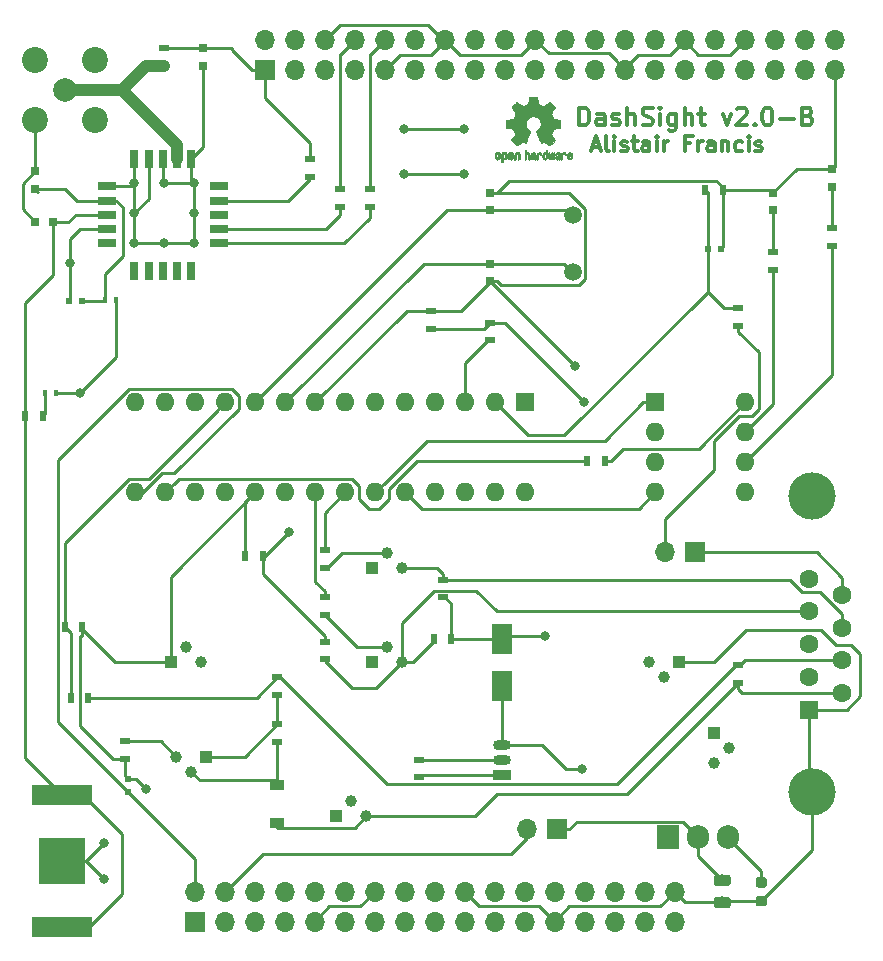
<source format=gtl>
G04 #@! TF.GenerationSoftware,KiCad,Pcbnew,(5.1.2)-1*
G04 #@! TF.CreationDate,2019-07-25T21:05:53-07:00*
G04 #@! TF.ProjectId,DashSight-Mezzanine-Card,44617368-5369-4676-9874-2d4d657a7a61,rev?*
G04 #@! TF.SameCoordinates,Original*
G04 #@! TF.FileFunction,Copper,L1,Top*
G04 #@! TF.FilePolarity,Positive*
%FSLAX46Y46*%
G04 Gerber Fmt 4.6, Leading zero omitted, Abs format (unit mm)*
G04 Created by KiCad (PCBNEW (5.1.2)-1) date 2019-07-25 21:05:53*
%MOMM*%
%LPD*%
G04 APERTURE LIST*
%ADD10C,0.300000*%
%ADD11C,0.010000*%
%ADD12R,1.600000X0.700000*%
%ADD13R,0.700000X1.600000*%
%ADD14O,1.905000X2.000000*%
%ADD15R,1.905000X2.000000*%
%ADD16C,0.100000*%
%ADD17C,0.875000*%
%ADD18C,0.975000*%
%ADD19R,0.900000X0.500000*%
%ADD20R,0.600000X0.500000*%
%ADD21R,0.750000X0.800000*%
%ADD22R,0.800000X0.750000*%
%ADD23R,4.000000X4.000000*%
%ADD24R,5.100000X1.800000*%
%ADD25R,1.800000X2.500000*%
%ADD26R,0.400000X0.600000*%
%ADD27R,1.700000X1.700000*%
%ADD28O,1.700000X1.700000*%
%ADD29R,1.200000X0.900000*%
%ADD30C,4.000000*%
%ADD31C,1.600000*%
%ADD32R,1.600000X1.600000*%
%ADD33O,1.600000X1.600000*%
%ADD34R,0.500000X0.600000*%
%ADD35C,2.200000*%
%ADD36C,2.000000*%
%ADD37C,1.500000*%
%ADD38R,0.500000X0.900000*%
%ADD39O,1.500000X0.900000*%
%ADD40R,1.500000X0.900000*%
%ADD41C,1.000000*%
%ADD42R,1.000000X1.000000*%
%ADD43C,0.800000*%
%ADD44C,0.250000*%
%ADD45C,1.000000*%
G04 APERTURE END LIST*
D10*
X174683047Y-57366666D02*
X175302095Y-57366666D01*
X174559238Y-57738095D02*
X174992571Y-56438095D01*
X175425904Y-57738095D01*
X176044952Y-57738095D02*
X175921142Y-57676190D01*
X175859238Y-57552380D01*
X175859238Y-56438095D01*
X176540190Y-57738095D02*
X176540190Y-56871428D01*
X176540190Y-56438095D02*
X176478285Y-56500000D01*
X176540190Y-56561904D01*
X176602095Y-56500000D01*
X176540190Y-56438095D01*
X176540190Y-56561904D01*
X177097333Y-57676190D02*
X177221142Y-57738095D01*
X177468761Y-57738095D01*
X177592571Y-57676190D01*
X177654476Y-57552380D01*
X177654476Y-57490476D01*
X177592571Y-57366666D01*
X177468761Y-57304761D01*
X177283047Y-57304761D01*
X177159238Y-57242857D01*
X177097333Y-57119047D01*
X177097333Y-57057142D01*
X177159238Y-56933333D01*
X177283047Y-56871428D01*
X177468761Y-56871428D01*
X177592571Y-56933333D01*
X178025904Y-56871428D02*
X178521142Y-56871428D01*
X178211619Y-56438095D02*
X178211619Y-57552380D01*
X178273523Y-57676190D01*
X178397333Y-57738095D01*
X178521142Y-57738095D01*
X179511619Y-57738095D02*
X179511619Y-57057142D01*
X179449714Y-56933333D01*
X179325904Y-56871428D01*
X179078285Y-56871428D01*
X178954476Y-56933333D01*
X179511619Y-57676190D02*
X179387809Y-57738095D01*
X179078285Y-57738095D01*
X178954476Y-57676190D01*
X178892571Y-57552380D01*
X178892571Y-57428571D01*
X178954476Y-57304761D01*
X179078285Y-57242857D01*
X179387809Y-57242857D01*
X179511619Y-57180952D01*
X180130666Y-57738095D02*
X180130666Y-56871428D01*
X180130666Y-56438095D02*
X180068761Y-56500000D01*
X180130666Y-56561904D01*
X180192571Y-56500000D01*
X180130666Y-56438095D01*
X180130666Y-56561904D01*
X180749714Y-57738095D02*
X180749714Y-56871428D01*
X180749714Y-57119047D02*
X180811619Y-56995238D01*
X180873523Y-56933333D01*
X180997333Y-56871428D01*
X181121142Y-56871428D01*
X182978285Y-57057142D02*
X182544952Y-57057142D01*
X182544952Y-57738095D02*
X182544952Y-56438095D01*
X183164000Y-56438095D01*
X183659238Y-57738095D02*
X183659238Y-56871428D01*
X183659238Y-57119047D02*
X183721142Y-56995238D01*
X183783047Y-56933333D01*
X183906857Y-56871428D01*
X184030666Y-56871428D01*
X185021142Y-57738095D02*
X185021142Y-57057142D01*
X184959238Y-56933333D01*
X184835428Y-56871428D01*
X184587809Y-56871428D01*
X184464000Y-56933333D01*
X185021142Y-57676190D02*
X184897333Y-57738095D01*
X184587809Y-57738095D01*
X184464000Y-57676190D01*
X184402095Y-57552380D01*
X184402095Y-57428571D01*
X184464000Y-57304761D01*
X184587809Y-57242857D01*
X184897333Y-57242857D01*
X185021142Y-57180952D01*
X185640190Y-56871428D02*
X185640190Y-57738095D01*
X185640190Y-56995238D02*
X185702095Y-56933333D01*
X185825904Y-56871428D01*
X186011619Y-56871428D01*
X186135428Y-56933333D01*
X186197333Y-57057142D01*
X186197333Y-57738095D01*
X187373523Y-57676190D02*
X187249714Y-57738095D01*
X187002095Y-57738095D01*
X186878285Y-57676190D01*
X186816380Y-57614285D01*
X186754476Y-57490476D01*
X186754476Y-57119047D01*
X186816380Y-56995238D01*
X186878285Y-56933333D01*
X187002095Y-56871428D01*
X187249714Y-56871428D01*
X187373523Y-56933333D01*
X187930666Y-57738095D02*
X187930666Y-56871428D01*
X187930666Y-56438095D02*
X187868761Y-56500000D01*
X187930666Y-56561904D01*
X187992571Y-56500000D01*
X187930666Y-56438095D01*
X187930666Y-56561904D01*
X188487809Y-57676190D02*
X188611619Y-57738095D01*
X188859238Y-57738095D01*
X188983047Y-57676190D01*
X189044952Y-57552380D01*
X189044952Y-57490476D01*
X188983047Y-57366666D01*
X188859238Y-57304761D01*
X188673523Y-57304761D01*
X188549714Y-57242857D01*
X188487809Y-57119047D01*
X188487809Y-57057142D01*
X188549714Y-56933333D01*
X188673523Y-56871428D01*
X188859238Y-56871428D01*
X188983047Y-56933333D01*
X173566571Y-55542571D02*
X173566571Y-54042571D01*
X173923714Y-54042571D01*
X174138000Y-54114000D01*
X174280857Y-54256857D01*
X174352285Y-54399714D01*
X174423714Y-54685428D01*
X174423714Y-54899714D01*
X174352285Y-55185428D01*
X174280857Y-55328285D01*
X174138000Y-55471142D01*
X173923714Y-55542571D01*
X173566571Y-55542571D01*
X175709428Y-55542571D02*
X175709428Y-54756857D01*
X175638000Y-54614000D01*
X175495142Y-54542571D01*
X175209428Y-54542571D01*
X175066571Y-54614000D01*
X175709428Y-55471142D02*
X175566571Y-55542571D01*
X175209428Y-55542571D01*
X175066571Y-55471142D01*
X174995142Y-55328285D01*
X174995142Y-55185428D01*
X175066571Y-55042571D01*
X175209428Y-54971142D01*
X175566571Y-54971142D01*
X175709428Y-54899714D01*
X176352285Y-55471142D02*
X176495142Y-55542571D01*
X176780857Y-55542571D01*
X176923714Y-55471142D01*
X176995142Y-55328285D01*
X176995142Y-55256857D01*
X176923714Y-55114000D01*
X176780857Y-55042571D01*
X176566571Y-55042571D01*
X176423714Y-54971142D01*
X176352285Y-54828285D01*
X176352285Y-54756857D01*
X176423714Y-54614000D01*
X176566571Y-54542571D01*
X176780857Y-54542571D01*
X176923714Y-54614000D01*
X177638000Y-55542571D02*
X177638000Y-54042571D01*
X178280857Y-55542571D02*
X178280857Y-54756857D01*
X178209428Y-54614000D01*
X178066571Y-54542571D01*
X177852285Y-54542571D01*
X177709428Y-54614000D01*
X177638000Y-54685428D01*
X178923714Y-55471142D02*
X179138000Y-55542571D01*
X179495142Y-55542571D01*
X179638000Y-55471142D01*
X179709428Y-55399714D01*
X179780857Y-55256857D01*
X179780857Y-55114000D01*
X179709428Y-54971142D01*
X179638000Y-54899714D01*
X179495142Y-54828285D01*
X179209428Y-54756857D01*
X179066571Y-54685428D01*
X178995142Y-54614000D01*
X178923714Y-54471142D01*
X178923714Y-54328285D01*
X178995142Y-54185428D01*
X179066571Y-54114000D01*
X179209428Y-54042571D01*
X179566571Y-54042571D01*
X179780857Y-54114000D01*
X180423714Y-55542571D02*
X180423714Y-54542571D01*
X180423714Y-54042571D02*
X180352285Y-54114000D01*
X180423714Y-54185428D01*
X180495142Y-54114000D01*
X180423714Y-54042571D01*
X180423714Y-54185428D01*
X181780857Y-54542571D02*
X181780857Y-55756857D01*
X181709428Y-55899714D01*
X181638000Y-55971142D01*
X181495142Y-56042571D01*
X181280857Y-56042571D01*
X181138000Y-55971142D01*
X181780857Y-55471142D02*
X181638000Y-55542571D01*
X181352285Y-55542571D01*
X181209428Y-55471142D01*
X181138000Y-55399714D01*
X181066571Y-55256857D01*
X181066571Y-54828285D01*
X181138000Y-54685428D01*
X181209428Y-54614000D01*
X181352285Y-54542571D01*
X181638000Y-54542571D01*
X181780857Y-54614000D01*
X182495142Y-55542571D02*
X182495142Y-54042571D01*
X183138000Y-55542571D02*
X183138000Y-54756857D01*
X183066571Y-54614000D01*
X182923714Y-54542571D01*
X182709428Y-54542571D01*
X182566571Y-54614000D01*
X182495142Y-54685428D01*
X183638000Y-54542571D02*
X184209428Y-54542571D01*
X183852285Y-54042571D02*
X183852285Y-55328285D01*
X183923714Y-55471142D01*
X184066571Y-55542571D01*
X184209428Y-55542571D01*
X185709428Y-54542571D02*
X186066571Y-55542571D01*
X186423714Y-54542571D01*
X186923714Y-54185428D02*
X186995142Y-54114000D01*
X187138000Y-54042571D01*
X187495142Y-54042571D01*
X187638000Y-54114000D01*
X187709428Y-54185428D01*
X187780857Y-54328285D01*
X187780857Y-54471142D01*
X187709428Y-54685428D01*
X186852285Y-55542571D01*
X187780857Y-55542571D01*
X188423714Y-55399714D02*
X188495142Y-55471142D01*
X188423714Y-55542571D01*
X188352285Y-55471142D01*
X188423714Y-55399714D01*
X188423714Y-55542571D01*
X189423714Y-54042571D02*
X189566571Y-54042571D01*
X189709428Y-54114000D01*
X189780857Y-54185428D01*
X189852285Y-54328285D01*
X189923714Y-54614000D01*
X189923714Y-54971142D01*
X189852285Y-55256857D01*
X189780857Y-55399714D01*
X189709428Y-55471142D01*
X189566571Y-55542571D01*
X189423714Y-55542571D01*
X189280857Y-55471142D01*
X189209428Y-55399714D01*
X189138000Y-55256857D01*
X189066571Y-54971142D01*
X189066571Y-54614000D01*
X189138000Y-54328285D01*
X189209428Y-54185428D01*
X189280857Y-54114000D01*
X189423714Y-54042571D01*
X190566571Y-54971142D02*
X191709428Y-54971142D01*
X192923714Y-54756857D02*
X193138000Y-54828285D01*
X193209428Y-54899714D01*
X193280857Y-55042571D01*
X193280857Y-55256857D01*
X193209428Y-55399714D01*
X193138000Y-55471142D01*
X192995142Y-55542571D01*
X192423714Y-55542571D01*
X192423714Y-54042571D01*
X192923714Y-54042571D01*
X193066571Y-54114000D01*
X193138000Y-54185428D01*
X193209428Y-54328285D01*
X193209428Y-54471142D01*
X193138000Y-54614000D01*
X193066571Y-54685428D01*
X192923714Y-54756857D01*
X192423714Y-54756857D01*
D11*
G36*
X167271744Y-57799918D02*
G01*
X167327201Y-57827568D01*
X167376148Y-57878480D01*
X167389629Y-57897338D01*
X167404314Y-57922015D01*
X167413842Y-57948816D01*
X167419293Y-57984587D01*
X167421747Y-58036169D01*
X167422286Y-58104267D01*
X167419852Y-58197588D01*
X167411394Y-58267657D01*
X167395174Y-58319931D01*
X167369454Y-58359869D01*
X167332497Y-58392929D01*
X167329782Y-58394886D01*
X167293360Y-58414908D01*
X167249502Y-58424815D01*
X167193724Y-58427257D01*
X167103048Y-58427257D01*
X167103010Y-58515283D01*
X167102166Y-58564308D01*
X167097024Y-58593065D01*
X167083587Y-58610311D01*
X167057858Y-58624808D01*
X167051679Y-58627769D01*
X167022764Y-58641648D01*
X167000376Y-58650414D01*
X166983729Y-58651171D01*
X166972036Y-58641023D01*
X166964510Y-58617073D01*
X166960366Y-58576426D01*
X166958815Y-58516186D01*
X166959071Y-58433455D01*
X166960349Y-58325339D01*
X166960748Y-58293000D01*
X166962185Y-58181524D01*
X166963472Y-58108603D01*
X167102971Y-58108603D01*
X167103755Y-58170499D01*
X167107240Y-58210997D01*
X167115124Y-58237708D01*
X167129105Y-58258244D01*
X167138597Y-58268260D01*
X167177404Y-58297567D01*
X167211763Y-58299952D01*
X167247216Y-58275750D01*
X167248114Y-58274857D01*
X167262539Y-58256153D01*
X167271313Y-58230732D01*
X167275739Y-58191584D01*
X167277118Y-58131697D01*
X167277143Y-58118430D01*
X167273812Y-58035901D01*
X167262969Y-57978691D01*
X167243340Y-57943766D01*
X167213650Y-57928094D01*
X167196491Y-57926514D01*
X167155766Y-57933926D01*
X167127832Y-57958330D01*
X167111017Y-58002980D01*
X167103650Y-58071130D01*
X167102971Y-58108603D01*
X166963472Y-58108603D01*
X166963708Y-58095245D01*
X166965677Y-58030333D01*
X166968450Y-57982958D01*
X166972388Y-57949290D01*
X166977849Y-57925498D01*
X166985192Y-57907753D01*
X166994777Y-57892224D01*
X166998887Y-57886381D01*
X167053405Y-57831185D01*
X167122336Y-57799890D01*
X167202072Y-57791165D01*
X167271744Y-57799918D01*
X167271744Y-57799918D01*
G37*
X167271744Y-57799918D02*
X167327201Y-57827568D01*
X167376148Y-57878480D01*
X167389629Y-57897338D01*
X167404314Y-57922015D01*
X167413842Y-57948816D01*
X167419293Y-57984587D01*
X167421747Y-58036169D01*
X167422286Y-58104267D01*
X167419852Y-58197588D01*
X167411394Y-58267657D01*
X167395174Y-58319931D01*
X167369454Y-58359869D01*
X167332497Y-58392929D01*
X167329782Y-58394886D01*
X167293360Y-58414908D01*
X167249502Y-58424815D01*
X167193724Y-58427257D01*
X167103048Y-58427257D01*
X167103010Y-58515283D01*
X167102166Y-58564308D01*
X167097024Y-58593065D01*
X167083587Y-58610311D01*
X167057858Y-58624808D01*
X167051679Y-58627769D01*
X167022764Y-58641648D01*
X167000376Y-58650414D01*
X166983729Y-58651171D01*
X166972036Y-58641023D01*
X166964510Y-58617073D01*
X166960366Y-58576426D01*
X166958815Y-58516186D01*
X166959071Y-58433455D01*
X166960349Y-58325339D01*
X166960748Y-58293000D01*
X166962185Y-58181524D01*
X166963472Y-58108603D01*
X167102971Y-58108603D01*
X167103755Y-58170499D01*
X167107240Y-58210997D01*
X167115124Y-58237708D01*
X167129105Y-58258244D01*
X167138597Y-58268260D01*
X167177404Y-58297567D01*
X167211763Y-58299952D01*
X167247216Y-58275750D01*
X167248114Y-58274857D01*
X167262539Y-58256153D01*
X167271313Y-58230732D01*
X167275739Y-58191584D01*
X167277118Y-58131697D01*
X167277143Y-58118430D01*
X167273812Y-58035901D01*
X167262969Y-57978691D01*
X167243340Y-57943766D01*
X167213650Y-57928094D01*
X167196491Y-57926514D01*
X167155766Y-57933926D01*
X167127832Y-57958330D01*
X167111017Y-58002980D01*
X167103650Y-58071130D01*
X167102971Y-58108603D01*
X166963472Y-58108603D01*
X166963708Y-58095245D01*
X166965677Y-58030333D01*
X166968450Y-57982958D01*
X166972388Y-57949290D01*
X166977849Y-57925498D01*
X166985192Y-57907753D01*
X166994777Y-57892224D01*
X166998887Y-57886381D01*
X167053405Y-57831185D01*
X167122336Y-57799890D01*
X167202072Y-57791165D01*
X167271744Y-57799918D01*
G36*
X168388093Y-57807780D02*
G01*
X168434672Y-57834723D01*
X168467057Y-57861466D01*
X168490742Y-57889484D01*
X168507059Y-57923748D01*
X168517339Y-57969227D01*
X168522914Y-58030892D01*
X168525116Y-58113711D01*
X168525371Y-58173246D01*
X168525371Y-58392391D01*
X168463686Y-58420044D01*
X168402000Y-58447697D01*
X168394743Y-58207670D01*
X168391744Y-58118028D01*
X168388598Y-58052962D01*
X168384701Y-58008026D01*
X168379447Y-57978770D01*
X168372231Y-57960748D01*
X168362450Y-57949511D01*
X168359312Y-57947079D01*
X168311761Y-57928083D01*
X168263697Y-57935600D01*
X168235086Y-57955543D01*
X168223447Y-57969675D01*
X168215391Y-57988220D01*
X168210271Y-58016334D01*
X168207441Y-58059173D01*
X168206256Y-58121895D01*
X168206057Y-58187261D01*
X168206018Y-58269268D01*
X168204614Y-58327316D01*
X168199914Y-58366465D01*
X168189987Y-58391780D01*
X168172903Y-58408323D01*
X168146732Y-58421156D01*
X168111775Y-58434491D01*
X168073596Y-58449007D01*
X168078141Y-58191389D01*
X168079971Y-58098519D01*
X168082112Y-58029889D01*
X168085181Y-57980711D01*
X168089794Y-57946198D01*
X168096568Y-57921562D01*
X168106119Y-57902016D01*
X168117634Y-57884770D01*
X168173190Y-57829680D01*
X168240980Y-57797822D01*
X168314713Y-57790191D01*
X168388093Y-57807780D01*
X168388093Y-57807780D01*
G37*
X168388093Y-57807780D02*
X168434672Y-57834723D01*
X168467057Y-57861466D01*
X168490742Y-57889484D01*
X168507059Y-57923748D01*
X168517339Y-57969227D01*
X168522914Y-58030892D01*
X168525116Y-58113711D01*
X168525371Y-58173246D01*
X168525371Y-58392391D01*
X168463686Y-58420044D01*
X168402000Y-58447697D01*
X168394743Y-58207670D01*
X168391744Y-58118028D01*
X168388598Y-58052962D01*
X168384701Y-58008026D01*
X168379447Y-57978770D01*
X168372231Y-57960748D01*
X168362450Y-57949511D01*
X168359312Y-57947079D01*
X168311761Y-57928083D01*
X168263697Y-57935600D01*
X168235086Y-57955543D01*
X168223447Y-57969675D01*
X168215391Y-57988220D01*
X168210271Y-58016334D01*
X168207441Y-58059173D01*
X168206256Y-58121895D01*
X168206057Y-58187261D01*
X168206018Y-58269268D01*
X168204614Y-58327316D01*
X168199914Y-58366465D01*
X168189987Y-58391780D01*
X168172903Y-58408323D01*
X168146732Y-58421156D01*
X168111775Y-58434491D01*
X168073596Y-58449007D01*
X168078141Y-58191389D01*
X168079971Y-58098519D01*
X168082112Y-58029889D01*
X168085181Y-57980711D01*
X168089794Y-57946198D01*
X168096568Y-57921562D01*
X168106119Y-57902016D01*
X168117634Y-57884770D01*
X168173190Y-57829680D01*
X168240980Y-57797822D01*
X168314713Y-57790191D01*
X168388093Y-57807780D01*
G36*
X166713115Y-57801962D02*
G01*
X166781145Y-57837733D01*
X166831351Y-57895301D01*
X166849185Y-57932312D01*
X166863063Y-57987882D01*
X166870167Y-58058096D01*
X166870840Y-58134727D01*
X166865427Y-58209552D01*
X166854270Y-58274342D01*
X166837714Y-58320873D01*
X166832626Y-58328887D01*
X166772355Y-58388707D01*
X166700769Y-58424535D01*
X166623092Y-58435020D01*
X166544548Y-58418810D01*
X166522689Y-58409092D01*
X166480122Y-58379143D01*
X166442763Y-58339433D01*
X166439232Y-58334397D01*
X166424881Y-58310124D01*
X166415394Y-58284178D01*
X166409790Y-58250022D01*
X166407086Y-58201119D01*
X166406299Y-58130935D01*
X166406286Y-58115200D01*
X166406322Y-58110192D01*
X166551429Y-58110192D01*
X166552273Y-58176430D01*
X166555596Y-58220386D01*
X166562583Y-58248779D01*
X166574416Y-58268325D01*
X166580457Y-58274857D01*
X166615186Y-58299680D01*
X166648903Y-58298548D01*
X166682995Y-58277016D01*
X166703329Y-58254029D01*
X166715371Y-58220478D01*
X166722134Y-58167569D01*
X166722598Y-58161399D01*
X166723752Y-58065513D01*
X166711688Y-57994299D01*
X166686570Y-57948194D01*
X166648560Y-57927635D01*
X166634992Y-57926514D01*
X166599364Y-57932152D01*
X166574994Y-57951686D01*
X166560093Y-57989042D01*
X166552875Y-58048150D01*
X166551429Y-58110192D01*
X166406322Y-58110192D01*
X166406826Y-58040413D01*
X166409096Y-57988159D01*
X166414068Y-57951949D01*
X166422713Y-57925299D01*
X166436005Y-57901722D01*
X166438943Y-57897338D01*
X166488313Y-57838249D01*
X166542109Y-57803947D01*
X166607602Y-57790331D01*
X166629842Y-57789665D01*
X166713115Y-57801962D01*
X166713115Y-57801962D01*
G37*
X166713115Y-57801962D02*
X166781145Y-57837733D01*
X166831351Y-57895301D01*
X166849185Y-57932312D01*
X166863063Y-57987882D01*
X166870167Y-58058096D01*
X166870840Y-58134727D01*
X166865427Y-58209552D01*
X166854270Y-58274342D01*
X166837714Y-58320873D01*
X166832626Y-58328887D01*
X166772355Y-58388707D01*
X166700769Y-58424535D01*
X166623092Y-58435020D01*
X166544548Y-58418810D01*
X166522689Y-58409092D01*
X166480122Y-58379143D01*
X166442763Y-58339433D01*
X166439232Y-58334397D01*
X166424881Y-58310124D01*
X166415394Y-58284178D01*
X166409790Y-58250022D01*
X166407086Y-58201119D01*
X166406299Y-58130935D01*
X166406286Y-58115200D01*
X166406322Y-58110192D01*
X166551429Y-58110192D01*
X166552273Y-58176430D01*
X166555596Y-58220386D01*
X166562583Y-58248779D01*
X166574416Y-58268325D01*
X166580457Y-58274857D01*
X166615186Y-58299680D01*
X166648903Y-58298548D01*
X166682995Y-58277016D01*
X166703329Y-58254029D01*
X166715371Y-58220478D01*
X166722134Y-58167569D01*
X166722598Y-58161399D01*
X166723752Y-58065513D01*
X166711688Y-57994299D01*
X166686570Y-57948194D01*
X166648560Y-57927635D01*
X166634992Y-57926514D01*
X166599364Y-57932152D01*
X166574994Y-57951686D01*
X166560093Y-57989042D01*
X166552875Y-58048150D01*
X166551429Y-58110192D01*
X166406322Y-58110192D01*
X166406826Y-58040413D01*
X166409096Y-57988159D01*
X166414068Y-57951949D01*
X166422713Y-57925299D01*
X166436005Y-57901722D01*
X166438943Y-57897338D01*
X166488313Y-57838249D01*
X166542109Y-57803947D01*
X166607602Y-57790331D01*
X166629842Y-57789665D01*
X166713115Y-57801962D01*
G36*
X167840303Y-57811239D02*
G01*
X167897527Y-57849735D01*
X167941749Y-57905335D01*
X167968167Y-57976086D01*
X167973510Y-58028162D01*
X167972903Y-58049893D01*
X167967822Y-58066531D01*
X167953855Y-58081437D01*
X167926589Y-58097973D01*
X167881612Y-58119498D01*
X167814511Y-58149374D01*
X167814171Y-58149524D01*
X167752407Y-58177813D01*
X167701759Y-58202933D01*
X167667404Y-58222179D01*
X167654518Y-58232848D01*
X167654514Y-58232934D01*
X167665872Y-58256166D01*
X167692431Y-58281774D01*
X167722923Y-58300221D01*
X167738370Y-58303886D01*
X167780515Y-58291212D01*
X167816808Y-58259471D01*
X167834517Y-58224572D01*
X167851552Y-58198845D01*
X167884922Y-58169546D01*
X167924149Y-58144235D01*
X167958756Y-58130471D01*
X167965993Y-58129714D01*
X167974139Y-58142160D01*
X167974630Y-58173972D01*
X167968643Y-58216866D01*
X167957357Y-58262558D01*
X167941950Y-58302761D01*
X167941171Y-58304322D01*
X167894804Y-58369062D01*
X167834711Y-58413097D01*
X167766465Y-58434711D01*
X167695638Y-58432185D01*
X167627804Y-58403804D01*
X167624788Y-58401808D01*
X167571427Y-58353448D01*
X167536340Y-58290352D01*
X167516922Y-58207387D01*
X167514316Y-58184078D01*
X167509701Y-58074055D01*
X167515233Y-58022748D01*
X167654514Y-58022748D01*
X167656324Y-58054753D01*
X167666222Y-58064093D01*
X167690898Y-58057105D01*
X167729795Y-58040587D01*
X167773275Y-58019881D01*
X167774356Y-58019333D01*
X167811209Y-57999949D01*
X167826000Y-57987013D01*
X167822353Y-57973451D01*
X167806995Y-57955632D01*
X167767923Y-57929845D01*
X167725846Y-57927950D01*
X167688103Y-57946717D01*
X167662034Y-57982915D01*
X167654514Y-58022748D01*
X167515233Y-58022748D01*
X167519194Y-57986027D01*
X167543550Y-57916212D01*
X167577456Y-57867302D01*
X167638653Y-57817878D01*
X167706063Y-57793359D01*
X167774880Y-57791797D01*
X167840303Y-57811239D01*
X167840303Y-57811239D01*
G37*
X167840303Y-57811239D02*
X167897527Y-57849735D01*
X167941749Y-57905335D01*
X167968167Y-57976086D01*
X167973510Y-58028162D01*
X167972903Y-58049893D01*
X167967822Y-58066531D01*
X167953855Y-58081437D01*
X167926589Y-58097973D01*
X167881612Y-58119498D01*
X167814511Y-58149374D01*
X167814171Y-58149524D01*
X167752407Y-58177813D01*
X167701759Y-58202933D01*
X167667404Y-58222179D01*
X167654518Y-58232848D01*
X167654514Y-58232934D01*
X167665872Y-58256166D01*
X167692431Y-58281774D01*
X167722923Y-58300221D01*
X167738370Y-58303886D01*
X167780515Y-58291212D01*
X167816808Y-58259471D01*
X167834517Y-58224572D01*
X167851552Y-58198845D01*
X167884922Y-58169546D01*
X167924149Y-58144235D01*
X167958756Y-58130471D01*
X167965993Y-58129714D01*
X167974139Y-58142160D01*
X167974630Y-58173972D01*
X167968643Y-58216866D01*
X167957357Y-58262558D01*
X167941950Y-58302761D01*
X167941171Y-58304322D01*
X167894804Y-58369062D01*
X167834711Y-58413097D01*
X167766465Y-58434711D01*
X167695638Y-58432185D01*
X167627804Y-58403804D01*
X167624788Y-58401808D01*
X167571427Y-58353448D01*
X167536340Y-58290352D01*
X167516922Y-58207387D01*
X167514316Y-58184078D01*
X167509701Y-58074055D01*
X167515233Y-58022748D01*
X167654514Y-58022748D01*
X167656324Y-58054753D01*
X167666222Y-58064093D01*
X167690898Y-58057105D01*
X167729795Y-58040587D01*
X167773275Y-58019881D01*
X167774356Y-58019333D01*
X167811209Y-57999949D01*
X167826000Y-57987013D01*
X167822353Y-57973451D01*
X167806995Y-57955632D01*
X167767923Y-57929845D01*
X167725846Y-57927950D01*
X167688103Y-57946717D01*
X167662034Y-57982915D01*
X167654514Y-58022748D01*
X167515233Y-58022748D01*
X167519194Y-57986027D01*
X167543550Y-57916212D01*
X167577456Y-57867302D01*
X167638653Y-57817878D01*
X167706063Y-57793359D01*
X167774880Y-57791797D01*
X167840303Y-57811239D01*
G36*
X169047886Y-57731289D02*
G01*
X169052139Y-57790613D01*
X169057025Y-57825572D01*
X169063795Y-57840820D01*
X169073702Y-57841015D01*
X169076914Y-57839195D01*
X169119644Y-57826015D01*
X169175227Y-57826785D01*
X169231737Y-57840333D01*
X169267082Y-57857861D01*
X169303321Y-57885861D01*
X169329813Y-57917549D01*
X169347999Y-57957813D01*
X169359322Y-58011543D01*
X169365222Y-58083626D01*
X169367143Y-58178951D01*
X169367177Y-58197237D01*
X169367200Y-58402646D01*
X169321491Y-58418580D01*
X169289027Y-58429420D01*
X169271215Y-58434468D01*
X169270691Y-58434514D01*
X169268937Y-58420828D01*
X169267444Y-58383076D01*
X169266326Y-58326224D01*
X169265697Y-58255234D01*
X169265600Y-58212073D01*
X169265398Y-58126973D01*
X169264358Y-58065981D01*
X169261831Y-58024177D01*
X169257164Y-57996642D01*
X169249707Y-57978456D01*
X169238811Y-57964698D01*
X169232007Y-57958073D01*
X169185272Y-57931375D01*
X169134272Y-57929375D01*
X169088001Y-57951955D01*
X169079444Y-57960107D01*
X169066893Y-57975436D01*
X169058188Y-57993618D01*
X169052631Y-58019909D01*
X169049526Y-58059562D01*
X169048176Y-58117832D01*
X169047886Y-58198173D01*
X169047886Y-58402646D01*
X169002177Y-58418580D01*
X168969713Y-58429420D01*
X168951901Y-58434468D01*
X168951377Y-58434514D01*
X168950037Y-58420623D01*
X168948828Y-58381439D01*
X168947801Y-58320700D01*
X168947002Y-58242141D01*
X168946481Y-58149498D01*
X168946286Y-58046509D01*
X168946286Y-57649342D01*
X168993457Y-57629444D01*
X169040629Y-57609547D01*
X169047886Y-57731289D01*
X169047886Y-57731289D01*
G37*
X169047886Y-57731289D02*
X169052139Y-57790613D01*
X169057025Y-57825572D01*
X169063795Y-57840820D01*
X169073702Y-57841015D01*
X169076914Y-57839195D01*
X169119644Y-57826015D01*
X169175227Y-57826785D01*
X169231737Y-57840333D01*
X169267082Y-57857861D01*
X169303321Y-57885861D01*
X169329813Y-57917549D01*
X169347999Y-57957813D01*
X169359322Y-58011543D01*
X169365222Y-58083626D01*
X169367143Y-58178951D01*
X169367177Y-58197237D01*
X169367200Y-58402646D01*
X169321491Y-58418580D01*
X169289027Y-58429420D01*
X169271215Y-58434468D01*
X169270691Y-58434514D01*
X169268937Y-58420828D01*
X169267444Y-58383076D01*
X169266326Y-58326224D01*
X169265697Y-58255234D01*
X169265600Y-58212073D01*
X169265398Y-58126973D01*
X169264358Y-58065981D01*
X169261831Y-58024177D01*
X169257164Y-57996642D01*
X169249707Y-57978456D01*
X169238811Y-57964698D01*
X169232007Y-57958073D01*
X169185272Y-57931375D01*
X169134272Y-57929375D01*
X169088001Y-57951955D01*
X169079444Y-57960107D01*
X169066893Y-57975436D01*
X169058188Y-57993618D01*
X169052631Y-58019909D01*
X169049526Y-58059562D01*
X169048176Y-58117832D01*
X169047886Y-58198173D01*
X169047886Y-58402646D01*
X169002177Y-58418580D01*
X168969713Y-58429420D01*
X168951901Y-58434468D01*
X168951377Y-58434514D01*
X168950037Y-58420623D01*
X168948828Y-58381439D01*
X168947801Y-58320700D01*
X168947002Y-58242141D01*
X168946481Y-58149498D01*
X168946286Y-58046509D01*
X168946286Y-57649342D01*
X168993457Y-57629444D01*
X169040629Y-57609547D01*
X169047886Y-57731289D01*
G36*
X169711744Y-57830968D02*
G01*
X169768616Y-57852087D01*
X169769267Y-57852493D01*
X169804440Y-57878380D01*
X169830407Y-57908633D01*
X169848670Y-57948058D01*
X169860732Y-58001462D01*
X169868096Y-58073651D01*
X169872264Y-58169432D01*
X169872629Y-58183078D01*
X169877876Y-58388842D01*
X169833716Y-58411678D01*
X169801763Y-58427110D01*
X169782470Y-58434423D01*
X169781578Y-58434514D01*
X169778239Y-58421022D01*
X169775587Y-58384626D01*
X169773956Y-58331452D01*
X169773600Y-58288393D01*
X169773592Y-58218641D01*
X169770403Y-58174837D01*
X169759288Y-58153944D01*
X169735501Y-58152925D01*
X169694296Y-58168741D01*
X169632086Y-58197815D01*
X169586341Y-58221963D01*
X169562813Y-58242913D01*
X169555896Y-58265747D01*
X169555886Y-58266877D01*
X169567299Y-58306212D01*
X169601092Y-58327462D01*
X169652809Y-58330539D01*
X169690061Y-58330006D01*
X169709703Y-58340735D01*
X169721952Y-58366505D01*
X169729002Y-58399337D01*
X169718842Y-58417966D01*
X169715017Y-58420632D01*
X169679001Y-58431340D01*
X169628566Y-58432856D01*
X169576626Y-58425759D01*
X169539822Y-58412788D01*
X169488938Y-58369585D01*
X169460014Y-58309446D01*
X169454286Y-58262462D01*
X169458657Y-58220082D01*
X169474475Y-58185488D01*
X169505797Y-58154763D01*
X169556678Y-58123990D01*
X169631176Y-58089252D01*
X169635714Y-58087288D01*
X169702821Y-58056287D01*
X169744232Y-58030862D01*
X169761981Y-58008014D01*
X169758107Y-57984745D01*
X169734643Y-57958056D01*
X169727627Y-57951914D01*
X169680630Y-57928100D01*
X169631933Y-57929103D01*
X169589522Y-57952451D01*
X169561384Y-57995675D01*
X169558769Y-58004160D01*
X169533308Y-58045308D01*
X169501001Y-58065128D01*
X169454286Y-58084770D01*
X169454286Y-58033950D01*
X169468496Y-57960082D01*
X169510675Y-57892327D01*
X169532624Y-57869661D01*
X169582517Y-57840569D01*
X169645967Y-57827400D01*
X169711744Y-57830968D01*
X169711744Y-57830968D01*
G37*
X169711744Y-57830968D02*
X169768616Y-57852087D01*
X169769267Y-57852493D01*
X169804440Y-57878380D01*
X169830407Y-57908633D01*
X169848670Y-57948058D01*
X169860732Y-58001462D01*
X169868096Y-58073651D01*
X169872264Y-58169432D01*
X169872629Y-58183078D01*
X169877876Y-58388842D01*
X169833716Y-58411678D01*
X169801763Y-58427110D01*
X169782470Y-58434423D01*
X169781578Y-58434514D01*
X169778239Y-58421022D01*
X169775587Y-58384626D01*
X169773956Y-58331452D01*
X169773600Y-58288393D01*
X169773592Y-58218641D01*
X169770403Y-58174837D01*
X169759288Y-58153944D01*
X169735501Y-58152925D01*
X169694296Y-58168741D01*
X169632086Y-58197815D01*
X169586341Y-58221963D01*
X169562813Y-58242913D01*
X169555896Y-58265747D01*
X169555886Y-58266877D01*
X169567299Y-58306212D01*
X169601092Y-58327462D01*
X169652809Y-58330539D01*
X169690061Y-58330006D01*
X169709703Y-58340735D01*
X169721952Y-58366505D01*
X169729002Y-58399337D01*
X169718842Y-58417966D01*
X169715017Y-58420632D01*
X169679001Y-58431340D01*
X169628566Y-58432856D01*
X169576626Y-58425759D01*
X169539822Y-58412788D01*
X169488938Y-58369585D01*
X169460014Y-58309446D01*
X169454286Y-58262462D01*
X169458657Y-58220082D01*
X169474475Y-58185488D01*
X169505797Y-58154763D01*
X169556678Y-58123990D01*
X169631176Y-58089252D01*
X169635714Y-58087288D01*
X169702821Y-58056287D01*
X169744232Y-58030862D01*
X169761981Y-58008014D01*
X169758107Y-57984745D01*
X169734643Y-57958056D01*
X169727627Y-57951914D01*
X169680630Y-57928100D01*
X169631933Y-57929103D01*
X169589522Y-57952451D01*
X169561384Y-57995675D01*
X169558769Y-58004160D01*
X169533308Y-58045308D01*
X169501001Y-58065128D01*
X169454286Y-58084770D01*
X169454286Y-58033950D01*
X169468496Y-57960082D01*
X169510675Y-57892327D01*
X169532624Y-57869661D01*
X169582517Y-57840569D01*
X169645967Y-57827400D01*
X169711744Y-57830968D01*
G36*
X170201926Y-57829755D02*
G01*
X170267858Y-57854084D01*
X170321273Y-57897117D01*
X170342164Y-57927409D01*
X170364939Y-57982994D01*
X170364466Y-58023186D01*
X170340562Y-58050217D01*
X170331717Y-58054813D01*
X170293530Y-58069144D01*
X170274028Y-58065472D01*
X170267422Y-58041407D01*
X170267086Y-58028114D01*
X170254992Y-57979210D01*
X170223471Y-57944999D01*
X170179659Y-57928476D01*
X170130695Y-57932634D01*
X170090894Y-57954227D01*
X170077450Y-57966544D01*
X170067921Y-57981487D01*
X170061485Y-58004075D01*
X170057317Y-58039328D01*
X170054597Y-58092266D01*
X170052502Y-58167907D01*
X170051960Y-58191857D01*
X170049981Y-58273790D01*
X170047731Y-58331455D01*
X170044357Y-58369608D01*
X170039006Y-58393004D01*
X170030824Y-58406398D01*
X170018959Y-58414545D01*
X170011362Y-58418144D01*
X169979102Y-58430452D01*
X169960111Y-58434514D01*
X169953836Y-58420948D01*
X169950006Y-58379934D01*
X169948600Y-58310999D01*
X169949598Y-58213669D01*
X169949908Y-58198657D01*
X169952101Y-58109859D01*
X169954693Y-58045019D01*
X169958382Y-57999067D01*
X169963864Y-57966935D01*
X169971835Y-57943553D01*
X169982993Y-57923852D01*
X169988830Y-57915410D01*
X170022296Y-57878057D01*
X170059727Y-57849003D01*
X170064309Y-57846467D01*
X170131426Y-57826443D01*
X170201926Y-57829755D01*
X170201926Y-57829755D01*
G37*
X170201926Y-57829755D02*
X170267858Y-57854084D01*
X170321273Y-57897117D01*
X170342164Y-57927409D01*
X170364939Y-57982994D01*
X170364466Y-58023186D01*
X170340562Y-58050217D01*
X170331717Y-58054813D01*
X170293530Y-58069144D01*
X170274028Y-58065472D01*
X170267422Y-58041407D01*
X170267086Y-58028114D01*
X170254992Y-57979210D01*
X170223471Y-57944999D01*
X170179659Y-57928476D01*
X170130695Y-57932634D01*
X170090894Y-57954227D01*
X170077450Y-57966544D01*
X170067921Y-57981487D01*
X170061485Y-58004075D01*
X170057317Y-58039328D01*
X170054597Y-58092266D01*
X170052502Y-58167907D01*
X170051960Y-58191857D01*
X170049981Y-58273790D01*
X170047731Y-58331455D01*
X170044357Y-58369608D01*
X170039006Y-58393004D01*
X170030824Y-58406398D01*
X170018959Y-58414545D01*
X170011362Y-58418144D01*
X169979102Y-58430452D01*
X169960111Y-58434514D01*
X169953836Y-58420948D01*
X169950006Y-58379934D01*
X169948600Y-58310999D01*
X169949598Y-58213669D01*
X169949908Y-58198657D01*
X169952101Y-58109859D01*
X169954693Y-58045019D01*
X169958382Y-57999067D01*
X169963864Y-57966935D01*
X169971835Y-57943553D01*
X169982993Y-57923852D01*
X169988830Y-57915410D01*
X170022296Y-57878057D01*
X170059727Y-57849003D01*
X170064309Y-57846467D01*
X170131426Y-57826443D01*
X170201926Y-57829755D01*
G36*
X170862117Y-57945358D02*
G01*
X170861933Y-58053837D01*
X170861219Y-58137287D01*
X170859675Y-58199704D01*
X170857001Y-58245085D01*
X170852894Y-58277429D01*
X170847055Y-58300733D01*
X170839182Y-58318995D01*
X170833221Y-58329418D01*
X170783855Y-58385945D01*
X170721264Y-58421377D01*
X170652013Y-58434090D01*
X170582668Y-58422463D01*
X170541375Y-58401568D01*
X170498025Y-58365422D01*
X170468481Y-58321276D01*
X170450655Y-58263462D01*
X170442463Y-58186313D01*
X170441302Y-58129714D01*
X170441458Y-58125647D01*
X170542857Y-58125647D01*
X170543476Y-58190550D01*
X170546314Y-58233514D01*
X170552840Y-58261622D01*
X170564523Y-58281953D01*
X170578483Y-58297288D01*
X170625365Y-58326890D01*
X170675701Y-58329419D01*
X170723276Y-58304705D01*
X170726979Y-58301356D01*
X170742783Y-58283935D01*
X170752693Y-58263209D01*
X170758058Y-58232362D01*
X170760228Y-58184577D01*
X170760571Y-58131748D01*
X170759827Y-58065381D01*
X170756748Y-58021106D01*
X170750061Y-57992009D01*
X170738496Y-57971173D01*
X170729013Y-57960107D01*
X170684960Y-57932198D01*
X170634224Y-57928843D01*
X170585796Y-57950159D01*
X170576450Y-57958073D01*
X170560540Y-57975647D01*
X170550610Y-57996587D01*
X170545278Y-58027782D01*
X170543163Y-58076122D01*
X170542857Y-58125647D01*
X170441458Y-58125647D01*
X170444810Y-58038568D01*
X170456726Y-57970086D01*
X170479135Y-57918600D01*
X170514124Y-57878443D01*
X170541375Y-57857861D01*
X170590907Y-57835625D01*
X170648316Y-57825304D01*
X170701682Y-57828067D01*
X170731543Y-57839212D01*
X170743261Y-57842383D01*
X170751037Y-57830557D01*
X170756465Y-57798866D01*
X170760571Y-57750593D01*
X170765067Y-57696829D01*
X170771313Y-57664482D01*
X170782676Y-57645985D01*
X170802528Y-57633770D01*
X170815000Y-57628362D01*
X170862171Y-57608601D01*
X170862117Y-57945358D01*
X170862117Y-57945358D01*
G37*
X170862117Y-57945358D02*
X170861933Y-58053837D01*
X170861219Y-58137287D01*
X170859675Y-58199704D01*
X170857001Y-58245085D01*
X170852894Y-58277429D01*
X170847055Y-58300733D01*
X170839182Y-58318995D01*
X170833221Y-58329418D01*
X170783855Y-58385945D01*
X170721264Y-58421377D01*
X170652013Y-58434090D01*
X170582668Y-58422463D01*
X170541375Y-58401568D01*
X170498025Y-58365422D01*
X170468481Y-58321276D01*
X170450655Y-58263462D01*
X170442463Y-58186313D01*
X170441302Y-58129714D01*
X170441458Y-58125647D01*
X170542857Y-58125647D01*
X170543476Y-58190550D01*
X170546314Y-58233514D01*
X170552840Y-58261622D01*
X170564523Y-58281953D01*
X170578483Y-58297288D01*
X170625365Y-58326890D01*
X170675701Y-58329419D01*
X170723276Y-58304705D01*
X170726979Y-58301356D01*
X170742783Y-58283935D01*
X170752693Y-58263209D01*
X170758058Y-58232362D01*
X170760228Y-58184577D01*
X170760571Y-58131748D01*
X170759827Y-58065381D01*
X170756748Y-58021106D01*
X170750061Y-57992009D01*
X170738496Y-57971173D01*
X170729013Y-57960107D01*
X170684960Y-57932198D01*
X170634224Y-57928843D01*
X170585796Y-57950159D01*
X170576450Y-57958073D01*
X170560540Y-57975647D01*
X170550610Y-57996587D01*
X170545278Y-58027782D01*
X170543163Y-58076122D01*
X170542857Y-58125647D01*
X170441458Y-58125647D01*
X170444810Y-58038568D01*
X170456726Y-57970086D01*
X170479135Y-57918600D01*
X170514124Y-57878443D01*
X170541375Y-57857861D01*
X170590907Y-57835625D01*
X170648316Y-57825304D01*
X170701682Y-57828067D01*
X170731543Y-57839212D01*
X170743261Y-57842383D01*
X170751037Y-57830557D01*
X170756465Y-57798866D01*
X170760571Y-57750593D01*
X170765067Y-57696829D01*
X170771313Y-57664482D01*
X170782676Y-57645985D01*
X170802528Y-57633770D01*
X170815000Y-57628362D01*
X170862171Y-57608601D01*
X170862117Y-57945358D01*
G36*
X171451833Y-57838663D02*
G01*
X171454048Y-57876850D01*
X171455784Y-57934886D01*
X171456899Y-58008180D01*
X171457257Y-58085055D01*
X171457257Y-58345196D01*
X171411326Y-58391127D01*
X171379675Y-58419429D01*
X171351890Y-58430893D01*
X171313915Y-58430168D01*
X171298840Y-58428321D01*
X171251726Y-58422948D01*
X171212756Y-58419869D01*
X171203257Y-58419585D01*
X171171233Y-58421445D01*
X171125432Y-58426114D01*
X171107674Y-58428321D01*
X171064057Y-58431735D01*
X171034745Y-58424320D01*
X171005680Y-58401427D01*
X170995188Y-58391127D01*
X170949257Y-58345196D01*
X170949257Y-57858602D01*
X170986226Y-57841758D01*
X171018059Y-57829282D01*
X171036683Y-57824914D01*
X171041458Y-57838718D01*
X171045921Y-57877286D01*
X171049775Y-57936356D01*
X171052722Y-58011663D01*
X171054143Y-58075286D01*
X171058114Y-58325657D01*
X171092759Y-58330556D01*
X171124268Y-58327131D01*
X171139708Y-58316041D01*
X171144023Y-58295308D01*
X171147708Y-58251145D01*
X171150469Y-58189146D01*
X171152012Y-58114909D01*
X171152235Y-58076706D01*
X171152457Y-57856783D01*
X171198166Y-57840849D01*
X171230518Y-57830015D01*
X171248115Y-57824962D01*
X171248623Y-57824914D01*
X171250388Y-57838648D01*
X171252329Y-57876730D01*
X171254282Y-57934482D01*
X171256084Y-58007227D01*
X171257343Y-58075286D01*
X171261314Y-58325657D01*
X171348400Y-58325657D01*
X171352396Y-58097240D01*
X171356392Y-57868822D01*
X171398847Y-57846868D01*
X171430192Y-57831793D01*
X171448744Y-57824951D01*
X171449279Y-57824914D01*
X171451833Y-57838663D01*
X171451833Y-57838663D01*
G37*
X171451833Y-57838663D02*
X171454048Y-57876850D01*
X171455784Y-57934886D01*
X171456899Y-58008180D01*
X171457257Y-58085055D01*
X171457257Y-58345196D01*
X171411326Y-58391127D01*
X171379675Y-58419429D01*
X171351890Y-58430893D01*
X171313915Y-58430168D01*
X171298840Y-58428321D01*
X171251726Y-58422948D01*
X171212756Y-58419869D01*
X171203257Y-58419585D01*
X171171233Y-58421445D01*
X171125432Y-58426114D01*
X171107674Y-58428321D01*
X171064057Y-58431735D01*
X171034745Y-58424320D01*
X171005680Y-58401427D01*
X170995188Y-58391127D01*
X170949257Y-58345196D01*
X170949257Y-57858602D01*
X170986226Y-57841758D01*
X171018059Y-57829282D01*
X171036683Y-57824914D01*
X171041458Y-57838718D01*
X171045921Y-57877286D01*
X171049775Y-57936356D01*
X171052722Y-58011663D01*
X171054143Y-58075286D01*
X171058114Y-58325657D01*
X171092759Y-58330556D01*
X171124268Y-58327131D01*
X171139708Y-58316041D01*
X171144023Y-58295308D01*
X171147708Y-58251145D01*
X171150469Y-58189146D01*
X171152012Y-58114909D01*
X171152235Y-58076706D01*
X171152457Y-57856783D01*
X171198166Y-57840849D01*
X171230518Y-57830015D01*
X171248115Y-57824962D01*
X171248623Y-57824914D01*
X171250388Y-57838648D01*
X171252329Y-57876730D01*
X171254282Y-57934482D01*
X171256084Y-58007227D01*
X171257343Y-58075286D01*
X171261314Y-58325657D01*
X171348400Y-58325657D01*
X171352396Y-58097240D01*
X171356392Y-57868822D01*
X171398847Y-57846868D01*
X171430192Y-57831793D01*
X171448744Y-57824951D01*
X171449279Y-57824914D01*
X171451833Y-57838663D01*
G36*
X171816876Y-57836335D02*
G01*
X171858667Y-57855344D01*
X171891469Y-57878378D01*
X171915503Y-57904133D01*
X171932097Y-57937358D01*
X171942577Y-57982800D01*
X171948271Y-58045207D01*
X171950507Y-58129327D01*
X171950743Y-58184721D01*
X171950743Y-58400826D01*
X171913774Y-58417670D01*
X171884656Y-58429981D01*
X171870231Y-58434514D01*
X171867472Y-58421025D01*
X171865282Y-58384653D01*
X171863942Y-58331542D01*
X171863657Y-58289372D01*
X171862434Y-58228447D01*
X171859136Y-58180115D01*
X171854321Y-58150518D01*
X171850496Y-58144229D01*
X171824783Y-58150652D01*
X171784418Y-58167125D01*
X171737679Y-58189458D01*
X171692845Y-58213457D01*
X171658193Y-58234930D01*
X171642002Y-58249685D01*
X171641938Y-58249845D01*
X171643330Y-58277152D01*
X171655818Y-58303219D01*
X171677743Y-58324392D01*
X171709743Y-58331474D01*
X171737092Y-58330649D01*
X171775826Y-58330042D01*
X171796158Y-58339116D01*
X171808369Y-58363092D01*
X171809909Y-58367613D01*
X171815203Y-58401806D01*
X171801047Y-58422568D01*
X171764148Y-58432462D01*
X171724289Y-58434292D01*
X171652562Y-58420727D01*
X171615432Y-58401355D01*
X171569576Y-58355845D01*
X171545256Y-58299983D01*
X171543073Y-58240957D01*
X171563629Y-58185953D01*
X171594549Y-58151486D01*
X171625420Y-58132189D01*
X171673942Y-58107759D01*
X171730485Y-58082985D01*
X171739910Y-58079199D01*
X171802019Y-58051791D01*
X171837822Y-58027634D01*
X171849337Y-58003619D01*
X171838580Y-57976635D01*
X171820114Y-57955543D01*
X171776469Y-57929572D01*
X171728446Y-57927624D01*
X171684406Y-57947637D01*
X171652709Y-57987551D01*
X171648549Y-57997848D01*
X171624327Y-58035724D01*
X171588965Y-58063842D01*
X171544343Y-58086917D01*
X171544343Y-58021485D01*
X171546969Y-57981506D01*
X171558230Y-57949997D01*
X171583199Y-57916378D01*
X171607169Y-57890484D01*
X171644441Y-57853817D01*
X171673401Y-57834121D01*
X171704505Y-57826220D01*
X171739713Y-57824914D01*
X171816876Y-57836335D01*
X171816876Y-57836335D01*
G37*
X171816876Y-57836335D02*
X171858667Y-57855344D01*
X171891469Y-57878378D01*
X171915503Y-57904133D01*
X171932097Y-57937358D01*
X171942577Y-57982800D01*
X171948271Y-58045207D01*
X171950507Y-58129327D01*
X171950743Y-58184721D01*
X171950743Y-58400826D01*
X171913774Y-58417670D01*
X171884656Y-58429981D01*
X171870231Y-58434514D01*
X171867472Y-58421025D01*
X171865282Y-58384653D01*
X171863942Y-58331542D01*
X171863657Y-58289372D01*
X171862434Y-58228447D01*
X171859136Y-58180115D01*
X171854321Y-58150518D01*
X171850496Y-58144229D01*
X171824783Y-58150652D01*
X171784418Y-58167125D01*
X171737679Y-58189458D01*
X171692845Y-58213457D01*
X171658193Y-58234930D01*
X171642002Y-58249685D01*
X171641938Y-58249845D01*
X171643330Y-58277152D01*
X171655818Y-58303219D01*
X171677743Y-58324392D01*
X171709743Y-58331474D01*
X171737092Y-58330649D01*
X171775826Y-58330042D01*
X171796158Y-58339116D01*
X171808369Y-58363092D01*
X171809909Y-58367613D01*
X171815203Y-58401806D01*
X171801047Y-58422568D01*
X171764148Y-58432462D01*
X171724289Y-58434292D01*
X171652562Y-58420727D01*
X171615432Y-58401355D01*
X171569576Y-58355845D01*
X171545256Y-58299983D01*
X171543073Y-58240957D01*
X171563629Y-58185953D01*
X171594549Y-58151486D01*
X171625420Y-58132189D01*
X171673942Y-58107759D01*
X171730485Y-58082985D01*
X171739910Y-58079199D01*
X171802019Y-58051791D01*
X171837822Y-58027634D01*
X171849337Y-58003619D01*
X171838580Y-57976635D01*
X171820114Y-57955543D01*
X171776469Y-57929572D01*
X171728446Y-57927624D01*
X171684406Y-57947637D01*
X171652709Y-57987551D01*
X171648549Y-57997848D01*
X171624327Y-58035724D01*
X171588965Y-58063842D01*
X171544343Y-58086917D01*
X171544343Y-58021485D01*
X171546969Y-57981506D01*
X171558230Y-57949997D01*
X171583199Y-57916378D01*
X171607169Y-57890484D01*
X171644441Y-57853817D01*
X171673401Y-57834121D01*
X171704505Y-57826220D01*
X171739713Y-57824914D01*
X171816876Y-57836335D01*
G36*
X172324600Y-57838752D02*
G01*
X172341948Y-57846334D01*
X172383356Y-57879128D01*
X172418765Y-57926547D01*
X172440664Y-57977151D01*
X172444229Y-58002098D01*
X172432279Y-58036927D01*
X172406067Y-58055357D01*
X172377964Y-58066516D01*
X172365095Y-58068572D01*
X172358829Y-58053649D01*
X172346456Y-58021175D01*
X172341028Y-58006502D01*
X172310590Y-57955744D01*
X172266520Y-57930427D01*
X172210010Y-57931206D01*
X172205825Y-57932203D01*
X172175655Y-57946507D01*
X172153476Y-57974393D01*
X172138327Y-58019287D01*
X172129250Y-58084615D01*
X172125286Y-58173804D01*
X172124914Y-58221261D01*
X172124730Y-58296071D01*
X172123522Y-58347069D01*
X172120309Y-58379471D01*
X172114109Y-58398495D01*
X172103940Y-58409356D01*
X172088819Y-58417272D01*
X172087946Y-58417670D01*
X172058828Y-58429981D01*
X172044403Y-58434514D01*
X172042186Y-58420809D01*
X172040289Y-58382925D01*
X172038847Y-58325715D01*
X172037998Y-58254027D01*
X172037829Y-58201565D01*
X172038692Y-58100047D01*
X172042070Y-58023032D01*
X172049142Y-57966023D01*
X172061088Y-57924526D01*
X172079090Y-57894043D01*
X172104327Y-57870080D01*
X172129247Y-57853355D01*
X172189171Y-57831097D01*
X172258911Y-57826076D01*
X172324600Y-57838752D01*
X172324600Y-57838752D01*
G37*
X172324600Y-57838752D02*
X172341948Y-57846334D01*
X172383356Y-57879128D01*
X172418765Y-57926547D01*
X172440664Y-57977151D01*
X172444229Y-58002098D01*
X172432279Y-58036927D01*
X172406067Y-58055357D01*
X172377964Y-58066516D01*
X172365095Y-58068572D01*
X172358829Y-58053649D01*
X172346456Y-58021175D01*
X172341028Y-58006502D01*
X172310590Y-57955744D01*
X172266520Y-57930427D01*
X172210010Y-57931206D01*
X172205825Y-57932203D01*
X172175655Y-57946507D01*
X172153476Y-57974393D01*
X172138327Y-58019287D01*
X172129250Y-58084615D01*
X172125286Y-58173804D01*
X172124914Y-58221261D01*
X172124730Y-58296071D01*
X172123522Y-58347069D01*
X172120309Y-58379471D01*
X172114109Y-58398495D01*
X172103940Y-58409356D01*
X172088819Y-58417272D01*
X172087946Y-58417670D01*
X172058828Y-58429981D01*
X172044403Y-58434514D01*
X172042186Y-58420809D01*
X172040289Y-58382925D01*
X172038847Y-58325715D01*
X172037998Y-58254027D01*
X172037829Y-58201565D01*
X172038692Y-58100047D01*
X172042070Y-58023032D01*
X172049142Y-57966023D01*
X172061088Y-57924526D01*
X172079090Y-57894043D01*
X172104327Y-57870080D01*
X172129247Y-57853355D01*
X172189171Y-57831097D01*
X172258911Y-57826076D01*
X172324600Y-57838752D01*
G36*
X172825595Y-57846966D02*
G01*
X172883021Y-57884497D01*
X172910719Y-57918096D01*
X172932662Y-57979064D01*
X172934405Y-58027308D01*
X172930457Y-58091816D01*
X172781686Y-58156934D01*
X172709349Y-58190202D01*
X172662084Y-58216964D01*
X172637507Y-58240144D01*
X172633237Y-58262667D01*
X172646889Y-58287455D01*
X172661943Y-58303886D01*
X172705746Y-58330235D01*
X172753389Y-58332081D01*
X172797145Y-58311546D01*
X172829289Y-58270752D01*
X172835038Y-58256347D01*
X172862576Y-58211356D01*
X172894258Y-58192182D01*
X172937714Y-58175779D01*
X172937714Y-58237966D01*
X172933872Y-58280283D01*
X172918823Y-58315969D01*
X172887280Y-58356943D01*
X172882592Y-58362267D01*
X172847506Y-58398720D01*
X172817347Y-58418283D01*
X172779615Y-58427283D01*
X172748335Y-58430230D01*
X172692385Y-58430965D01*
X172652555Y-58421660D01*
X172627708Y-58407846D01*
X172588656Y-58377467D01*
X172561625Y-58344613D01*
X172544517Y-58303294D01*
X172535238Y-58247521D01*
X172531693Y-58171305D01*
X172531410Y-58132622D01*
X172532372Y-58086247D01*
X172620007Y-58086247D01*
X172621023Y-58111126D01*
X172623556Y-58115200D01*
X172640274Y-58109665D01*
X172676249Y-58095017D01*
X172724331Y-58074190D01*
X172734386Y-58069714D01*
X172795152Y-58038814D01*
X172828632Y-58011657D01*
X172835990Y-57986220D01*
X172818391Y-57960481D01*
X172803856Y-57949109D01*
X172751410Y-57926364D01*
X172702322Y-57930122D01*
X172661227Y-57957884D01*
X172632758Y-58007152D01*
X172623631Y-58046257D01*
X172620007Y-58086247D01*
X172532372Y-58086247D01*
X172533285Y-58042249D01*
X172540196Y-57975384D01*
X172553884Y-57926695D01*
X172576096Y-57890849D01*
X172608574Y-57862513D01*
X172622733Y-57853355D01*
X172687053Y-57829507D01*
X172757473Y-57828006D01*
X172825595Y-57846966D01*
X172825595Y-57846966D01*
G37*
X172825595Y-57846966D02*
X172883021Y-57884497D01*
X172910719Y-57918096D01*
X172932662Y-57979064D01*
X172934405Y-58027308D01*
X172930457Y-58091816D01*
X172781686Y-58156934D01*
X172709349Y-58190202D01*
X172662084Y-58216964D01*
X172637507Y-58240144D01*
X172633237Y-58262667D01*
X172646889Y-58287455D01*
X172661943Y-58303886D01*
X172705746Y-58330235D01*
X172753389Y-58332081D01*
X172797145Y-58311546D01*
X172829289Y-58270752D01*
X172835038Y-58256347D01*
X172862576Y-58211356D01*
X172894258Y-58192182D01*
X172937714Y-58175779D01*
X172937714Y-58237966D01*
X172933872Y-58280283D01*
X172918823Y-58315969D01*
X172887280Y-58356943D01*
X172882592Y-58362267D01*
X172847506Y-58398720D01*
X172817347Y-58418283D01*
X172779615Y-58427283D01*
X172748335Y-58430230D01*
X172692385Y-58430965D01*
X172652555Y-58421660D01*
X172627708Y-58407846D01*
X172588656Y-58377467D01*
X172561625Y-58344613D01*
X172544517Y-58303294D01*
X172535238Y-58247521D01*
X172531693Y-58171305D01*
X172531410Y-58132622D01*
X172532372Y-58086247D01*
X172620007Y-58086247D01*
X172621023Y-58111126D01*
X172623556Y-58115200D01*
X172640274Y-58109665D01*
X172676249Y-58095017D01*
X172724331Y-58074190D01*
X172734386Y-58069714D01*
X172795152Y-58038814D01*
X172828632Y-58011657D01*
X172835990Y-57986220D01*
X172818391Y-57960481D01*
X172803856Y-57949109D01*
X172751410Y-57926364D01*
X172702322Y-57930122D01*
X172661227Y-57957884D01*
X172632758Y-58007152D01*
X172623631Y-58046257D01*
X172620007Y-58086247D01*
X172532372Y-58086247D01*
X172533285Y-58042249D01*
X172540196Y-57975384D01*
X172553884Y-57926695D01*
X172576096Y-57890849D01*
X172608574Y-57862513D01*
X172622733Y-57853355D01*
X172687053Y-57829507D01*
X172757473Y-57828006D01*
X172825595Y-57846966D01*
G36*
X169775910Y-53122348D02*
G01*
X169854454Y-53122778D01*
X169911298Y-53123942D01*
X169950105Y-53126207D01*
X169974538Y-53129940D01*
X169988262Y-53135506D01*
X169994940Y-53143273D01*
X169998236Y-53153605D01*
X169998556Y-53154943D01*
X170003562Y-53179079D01*
X170012829Y-53226701D01*
X170025392Y-53292741D01*
X170040287Y-53372128D01*
X170056551Y-53459796D01*
X170057119Y-53462875D01*
X170073410Y-53548789D01*
X170088652Y-53624696D01*
X170101861Y-53686045D01*
X170112054Y-53728282D01*
X170118248Y-53746855D01*
X170118543Y-53747184D01*
X170136788Y-53756253D01*
X170174405Y-53771367D01*
X170223271Y-53789262D01*
X170223543Y-53789358D01*
X170285093Y-53812493D01*
X170357657Y-53841965D01*
X170426057Y-53871597D01*
X170429294Y-53873062D01*
X170540702Y-53923626D01*
X170787399Y-53755160D01*
X170863077Y-53703803D01*
X170931631Y-53657889D01*
X170989088Y-53620030D01*
X171031476Y-53592837D01*
X171054825Y-53578921D01*
X171057042Y-53577889D01*
X171074010Y-53582484D01*
X171105701Y-53604655D01*
X171153352Y-53645447D01*
X171218198Y-53705905D01*
X171284397Y-53770227D01*
X171348214Y-53833612D01*
X171405329Y-53891451D01*
X171452305Y-53940175D01*
X171485703Y-53976210D01*
X171502085Y-53995984D01*
X171502694Y-53997002D01*
X171504505Y-54010572D01*
X171497683Y-54032733D01*
X171480540Y-54066478D01*
X171451393Y-54114800D01*
X171408555Y-54180692D01*
X171351448Y-54265517D01*
X171300766Y-54340177D01*
X171255461Y-54407140D01*
X171218150Y-54462516D01*
X171191452Y-54502420D01*
X171177985Y-54522962D01*
X171177137Y-54524356D01*
X171178781Y-54544038D01*
X171191245Y-54582293D01*
X171212048Y-54631889D01*
X171219462Y-54647728D01*
X171251814Y-54718290D01*
X171286328Y-54798353D01*
X171314365Y-54867629D01*
X171334568Y-54919045D01*
X171350615Y-54958119D01*
X171359888Y-54978541D01*
X171361041Y-54980114D01*
X171378096Y-54982721D01*
X171418298Y-54989863D01*
X171476302Y-55000523D01*
X171546763Y-55013685D01*
X171624335Y-55028333D01*
X171703672Y-55043449D01*
X171779431Y-55058018D01*
X171846264Y-55071022D01*
X171898828Y-55081445D01*
X171931776Y-55088270D01*
X171939857Y-55090199D01*
X171948205Y-55094962D01*
X171954506Y-55105718D01*
X171959045Y-55126098D01*
X171962104Y-55159734D01*
X171963967Y-55210255D01*
X171964918Y-55281292D01*
X171965240Y-55376476D01*
X171965257Y-55415492D01*
X171965257Y-55732799D01*
X171889057Y-55747839D01*
X171846663Y-55755995D01*
X171783400Y-55767899D01*
X171706962Y-55782116D01*
X171625043Y-55797210D01*
X171602400Y-55801355D01*
X171526806Y-55816053D01*
X171460953Y-55830505D01*
X171410366Y-55843375D01*
X171380574Y-55853322D01*
X171375612Y-55856287D01*
X171363426Y-55877283D01*
X171345953Y-55917967D01*
X171326577Y-55970322D01*
X171322734Y-55981600D01*
X171297339Y-56051523D01*
X171265817Y-56130418D01*
X171234969Y-56201266D01*
X171234817Y-56201595D01*
X171183447Y-56312733D01*
X171352399Y-56561253D01*
X171521352Y-56809772D01*
X171304429Y-57027058D01*
X171238819Y-57091726D01*
X171178979Y-57148733D01*
X171128267Y-57195033D01*
X171090046Y-57227584D01*
X171067675Y-57243343D01*
X171064466Y-57244343D01*
X171045626Y-57236469D01*
X171007180Y-57214578D01*
X170953330Y-57181267D01*
X170888276Y-57139131D01*
X170817940Y-57091943D01*
X170746555Y-57043810D01*
X170682908Y-57001928D01*
X170631041Y-56968871D01*
X170594995Y-56947218D01*
X170578867Y-56939543D01*
X170559189Y-56946037D01*
X170521875Y-56963150D01*
X170474621Y-56987326D01*
X170469612Y-56990013D01*
X170405977Y-57021927D01*
X170362341Y-57037579D01*
X170335202Y-57037745D01*
X170321057Y-57023204D01*
X170320975Y-57023000D01*
X170313905Y-57005779D01*
X170297042Y-56964899D01*
X170271695Y-56903525D01*
X170239171Y-56824819D01*
X170200778Y-56731947D01*
X170157822Y-56628072D01*
X170116222Y-56527502D01*
X170070504Y-56416516D01*
X170028526Y-56313703D01*
X169991548Y-56222215D01*
X169960827Y-56145201D01*
X169937622Y-56085815D01*
X169923190Y-56047209D01*
X169918743Y-56032800D01*
X169929896Y-56016272D01*
X169959069Y-55989930D01*
X169997971Y-55960887D01*
X170108757Y-55869039D01*
X170195351Y-55763759D01*
X170256716Y-55647266D01*
X170291815Y-55521776D01*
X170299608Y-55389507D01*
X170293943Y-55328457D01*
X170263078Y-55201795D01*
X170209920Y-55089941D01*
X170137767Y-54994001D01*
X170049917Y-54915076D01*
X169949665Y-54854270D01*
X169840310Y-54812687D01*
X169725147Y-54791428D01*
X169607475Y-54791599D01*
X169490590Y-54814301D01*
X169377789Y-54860638D01*
X169272369Y-54931713D01*
X169228368Y-54971911D01*
X169143979Y-55075129D01*
X169085222Y-55187925D01*
X169051704Y-55307010D01*
X169043035Y-55429095D01*
X169058823Y-55550893D01*
X169098678Y-55669116D01*
X169162207Y-55780475D01*
X169249021Y-55881684D01*
X169346029Y-55960887D01*
X169386437Y-55991162D01*
X169414982Y-56017219D01*
X169425257Y-56032825D01*
X169419877Y-56049843D01*
X169404575Y-56090500D01*
X169380612Y-56151642D01*
X169349244Y-56230119D01*
X169311732Y-56322780D01*
X169269333Y-56426472D01*
X169227663Y-56527526D01*
X169181690Y-56638607D01*
X169139107Y-56741541D01*
X169101221Y-56833165D01*
X169069340Y-56910316D01*
X169044771Y-56969831D01*
X169028820Y-57008544D01*
X169022910Y-57023000D01*
X169008948Y-57037685D01*
X168981940Y-57037642D01*
X168938413Y-57022099D01*
X168874890Y-56990284D01*
X168874388Y-56990013D01*
X168826560Y-56965323D01*
X168787897Y-56947338D01*
X168766095Y-56939614D01*
X168765133Y-56939543D01*
X168748721Y-56947378D01*
X168712487Y-56969165D01*
X168660474Y-57002328D01*
X168596725Y-57044291D01*
X168526060Y-57091943D01*
X168454116Y-57140191D01*
X168389274Y-57182151D01*
X168335735Y-57215227D01*
X168297697Y-57236821D01*
X168279533Y-57244343D01*
X168262808Y-57234457D01*
X168229180Y-57206826D01*
X168182010Y-57164495D01*
X168124658Y-57110505D01*
X168060484Y-57047899D01*
X168039497Y-57026983D01*
X167822499Y-56809623D01*
X167987668Y-56567220D01*
X168037864Y-56492781D01*
X168081919Y-56425972D01*
X168117362Y-56370665D01*
X168141719Y-56330729D01*
X168152522Y-56310036D01*
X168152838Y-56308563D01*
X168147143Y-56289058D01*
X168131826Y-56249822D01*
X168109537Y-56197430D01*
X168093893Y-56162355D01*
X168064641Y-56095201D01*
X168037094Y-56027358D01*
X168015737Y-55970034D01*
X168009935Y-55952572D01*
X167993452Y-55905938D01*
X167977340Y-55869905D01*
X167968490Y-55856287D01*
X167948960Y-55847952D01*
X167906334Y-55836137D01*
X167846145Y-55822181D01*
X167773922Y-55807422D01*
X167741600Y-55801355D01*
X167659522Y-55786273D01*
X167580795Y-55771669D01*
X167513109Y-55758980D01*
X167464160Y-55749642D01*
X167454943Y-55747839D01*
X167378743Y-55732799D01*
X167378743Y-55415492D01*
X167378914Y-55311154D01*
X167379616Y-55232213D01*
X167381134Y-55175038D01*
X167383749Y-55135999D01*
X167387746Y-55111465D01*
X167393409Y-55097805D01*
X167401020Y-55091389D01*
X167404143Y-55090199D01*
X167422978Y-55085980D01*
X167464588Y-55077562D01*
X167523630Y-55065961D01*
X167594757Y-55052195D01*
X167672625Y-55037280D01*
X167751887Y-55022232D01*
X167827198Y-55008069D01*
X167893213Y-54995806D01*
X167944587Y-54986461D01*
X167975975Y-54981050D01*
X167982959Y-54980114D01*
X167989285Y-54967596D01*
X168003290Y-54934246D01*
X168022355Y-54886377D01*
X168029634Y-54867629D01*
X168058996Y-54795195D01*
X168093571Y-54715170D01*
X168124537Y-54647728D01*
X168147323Y-54596159D01*
X168162482Y-54553785D01*
X168167542Y-54527834D01*
X168166736Y-54524356D01*
X168156041Y-54507936D01*
X168131620Y-54471417D01*
X168096095Y-54418687D01*
X168052087Y-54353635D01*
X168002217Y-54280151D01*
X167992356Y-54265645D01*
X167934492Y-54179704D01*
X167891956Y-54114261D01*
X167863054Y-54066304D01*
X167846090Y-54032820D01*
X167839367Y-54010795D01*
X167841190Y-53997217D01*
X167841236Y-53997131D01*
X167855586Y-53979297D01*
X167887323Y-53944817D01*
X167933010Y-53897268D01*
X167989204Y-53840222D01*
X168052468Y-53777255D01*
X168059602Y-53770227D01*
X168139330Y-53693020D01*
X168200857Y-53636330D01*
X168245421Y-53599110D01*
X168274257Y-53580315D01*
X168286958Y-53577889D01*
X168305494Y-53588471D01*
X168343961Y-53612916D01*
X168398386Y-53648612D01*
X168464798Y-53692947D01*
X168539225Y-53743311D01*
X168556601Y-53755160D01*
X168803297Y-53923626D01*
X168914706Y-53873062D01*
X168982457Y-53843595D01*
X169055183Y-53813959D01*
X169117703Y-53790330D01*
X169120457Y-53789358D01*
X169169360Y-53771457D01*
X169207057Y-53756320D01*
X169225425Y-53747210D01*
X169225456Y-53747184D01*
X169231285Y-53730717D01*
X169241192Y-53690219D01*
X169254195Y-53630242D01*
X169269309Y-53555340D01*
X169285552Y-53470064D01*
X169286881Y-53462875D01*
X169303175Y-53375014D01*
X169318133Y-53295260D01*
X169330791Y-53228681D01*
X169340186Y-53180347D01*
X169345354Y-53155325D01*
X169345444Y-53154943D01*
X169348589Y-53144299D01*
X169354704Y-53136262D01*
X169367453Y-53130467D01*
X169390500Y-53126547D01*
X169427509Y-53124135D01*
X169482144Y-53122865D01*
X169558067Y-53122371D01*
X169658944Y-53122286D01*
X169672000Y-53122286D01*
X169775910Y-53122348D01*
X169775910Y-53122348D01*
G37*
X169775910Y-53122348D02*
X169854454Y-53122778D01*
X169911298Y-53123942D01*
X169950105Y-53126207D01*
X169974538Y-53129940D01*
X169988262Y-53135506D01*
X169994940Y-53143273D01*
X169998236Y-53153605D01*
X169998556Y-53154943D01*
X170003562Y-53179079D01*
X170012829Y-53226701D01*
X170025392Y-53292741D01*
X170040287Y-53372128D01*
X170056551Y-53459796D01*
X170057119Y-53462875D01*
X170073410Y-53548789D01*
X170088652Y-53624696D01*
X170101861Y-53686045D01*
X170112054Y-53728282D01*
X170118248Y-53746855D01*
X170118543Y-53747184D01*
X170136788Y-53756253D01*
X170174405Y-53771367D01*
X170223271Y-53789262D01*
X170223543Y-53789358D01*
X170285093Y-53812493D01*
X170357657Y-53841965D01*
X170426057Y-53871597D01*
X170429294Y-53873062D01*
X170540702Y-53923626D01*
X170787399Y-53755160D01*
X170863077Y-53703803D01*
X170931631Y-53657889D01*
X170989088Y-53620030D01*
X171031476Y-53592837D01*
X171054825Y-53578921D01*
X171057042Y-53577889D01*
X171074010Y-53582484D01*
X171105701Y-53604655D01*
X171153352Y-53645447D01*
X171218198Y-53705905D01*
X171284397Y-53770227D01*
X171348214Y-53833612D01*
X171405329Y-53891451D01*
X171452305Y-53940175D01*
X171485703Y-53976210D01*
X171502085Y-53995984D01*
X171502694Y-53997002D01*
X171504505Y-54010572D01*
X171497683Y-54032733D01*
X171480540Y-54066478D01*
X171451393Y-54114800D01*
X171408555Y-54180692D01*
X171351448Y-54265517D01*
X171300766Y-54340177D01*
X171255461Y-54407140D01*
X171218150Y-54462516D01*
X171191452Y-54502420D01*
X171177985Y-54522962D01*
X171177137Y-54524356D01*
X171178781Y-54544038D01*
X171191245Y-54582293D01*
X171212048Y-54631889D01*
X171219462Y-54647728D01*
X171251814Y-54718290D01*
X171286328Y-54798353D01*
X171314365Y-54867629D01*
X171334568Y-54919045D01*
X171350615Y-54958119D01*
X171359888Y-54978541D01*
X171361041Y-54980114D01*
X171378096Y-54982721D01*
X171418298Y-54989863D01*
X171476302Y-55000523D01*
X171546763Y-55013685D01*
X171624335Y-55028333D01*
X171703672Y-55043449D01*
X171779431Y-55058018D01*
X171846264Y-55071022D01*
X171898828Y-55081445D01*
X171931776Y-55088270D01*
X171939857Y-55090199D01*
X171948205Y-55094962D01*
X171954506Y-55105718D01*
X171959045Y-55126098D01*
X171962104Y-55159734D01*
X171963967Y-55210255D01*
X171964918Y-55281292D01*
X171965240Y-55376476D01*
X171965257Y-55415492D01*
X171965257Y-55732799D01*
X171889057Y-55747839D01*
X171846663Y-55755995D01*
X171783400Y-55767899D01*
X171706962Y-55782116D01*
X171625043Y-55797210D01*
X171602400Y-55801355D01*
X171526806Y-55816053D01*
X171460953Y-55830505D01*
X171410366Y-55843375D01*
X171380574Y-55853322D01*
X171375612Y-55856287D01*
X171363426Y-55877283D01*
X171345953Y-55917967D01*
X171326577Y-55970322D01*
X171322734Y-55981600D01*
X171297339Y-56051523D01*
X171265817Y-56130418D01*
X171234969Y-56201266D01*
X171234817Y-56201595D01*
X171183447Y-56312733D01*
X171352399Y-56561253D01*
X171521352Y-56809772D01*
X171304429Y-57027058D01*
X171238819Y-57091726D01*
X171178979Y-57148733D01*
X171128267Y-57195033D01*
X171090046Y-57227584D01*
X171067675Y-57243343D01*
X171064466Y-57244343D01*
X171045626Y-57236469D01*
X171007180Y-57214578D01*
X170953330Y-57181267D01*
X170888276Y-57139131D01*
X170817940Y-57091943D01*
X170746555Y-57043810D01*
X170682908Y-57001928D01*
X170631041Y-56968871D01*
X170594995Y-56947218D01*
X170578867Y-56939543D01*
X170559189Y-56946037D01*
X170521875Y-56963150D01*
X170474621Y-56987326D01*
X170469612Y-56990013D01*
X170405977Y-57021927D01*
X170362341Y-57037579D01*
X170335202Y-57037745D01*
X170321057Y-57023204D01*
X170320975Y-57023000D01*
X170313905Y-57005779D01*
X170297042Y-56964899D01*
X170271695Y-56903525D01*
X170239171Y-56824819D01*
X170200778Y-56731947D01*
X170157822Y-56628072D01*
X170116222Y-56527502D01*
X170070504Y-56416516D01*
X170028526Y-56313703D01*
X169991548Y-56222215D01*
X169960827Y-56145201D01*
X169937622Y-56085815D01*
X169923190Y-56047209D01*
X169918743Y-56032800D01*
X169929896Y-56016272D01*
X169959069Y-55989930D01*
X169997971Y-55960887D01*
X170108757Y-55869039D01*
X170195351Y-55763759D01*
X170256716Y-55647266D01*
X170291815Y-55521776D01*
X170299608Y-55389507D01*
X170293943Y-55328457D01*
X170263078Y-55201795D01*
X170209920Y-55089941D01*
X170137767Y-54994001D01*
X170049917Y-54915076D01*
X169949665Y-54854270D01*
X169840310Y-54812687D01*
X169725147Y-54791428D01*
X169607475Y-54791599D01*
X169490590Y-54814301D01*
X169377789Y-54860638D01*
X169272369Y-54931713D01*
X169228368Y-54971911D01*
X169143979Y-55075129D01*
X169085222Y-55187925D01*
X169051704Y-55307010D01*
X169043035Y-55429095D01*
X169058823Y-55550893D01*
X169098678Y-55669116D01*
X169162207Y-55780475D01*
X169249021Y-55881684D01*
X169346029Y-55960887D01*
X169386437Y-55991162D01*
X169414982Y-56017219D01*
X169425257Y-56032825D01*
X169419877Y-56049843D01*
X169404575Y-56090500D01*
X169380612Y-56151642D01*
X169349244Y-56230119D01*
X169311732Y-56322780D01*
X169269333Y-56426472D01*
X169227663Y-56527526D01*
X169181690Y-56638607D01*
X169139107Y-56741541D01*
X169101221Y-56833165D01*
X169069340Y-56910316D01*
X169044771Y-56969831D01*
X169028820Y-57008544D01*
X169022910Y-57023000D01*
X169008948Y-57037685D01*
X168981940Y-57037642D01*
X168938413Y-57022099D01*
X168874890Y-56990284D01*
X168874388Y-56990013D01*
X168826560Y-56965323D01*
X168787897Y-56947338D01*
X168766095Y-56939614D01*
X168765133Y-56939543D01*
X168748721Y-56947378D01*
X168712487Y-56969165D01*
X168660474Y-57002328D01*
X168596725Y-57044291D01*
X168526060Y-57091943D01*
X168454116Y-57140191D01*
X168389274Y-57182151D01*
X168335735Y-57215227D01*
X168297697Y-57236821D01*
X168279533Y-57244343D01*
X168262808Y-57234457D01*
X168229180Y-57206826D01*
X168182010Y-57164495D01*
X168124658Y-57110505D01*
X168060484Y-57047899D01*
X168039497Y-57026983D01*
X167822499Y-56809623D01*
X167987668Y-56567220D01*
X168037864Y-56492781D01*
X168081919Y-56425972D01*
X168117362Y-56370665D01*
X168141719Y-56330729D01*
X168152522Y-56310036D01*
X168152838Y-56308563D01*
X168147143Y-56289058D01*
X168131826Y-56249822D01*
X168109537Y-56197430D01*
X168093893Y-56162355D01*
X168064641Y-56095201D01*
X168037094Y-56027358D01*
X168015737Y-55970034D01*
X168009935Y-55952572D01*
X167993452Y-55905938D01*
X167977340Y-55869905D01*
X167968490Y-55856287D01*
X167948960Y-55847952D01*
X167906334Y-55836137D01*
X167846145Y-55822181D01*
X167773922Y-55807422D01*
X167741600Y-55801355D01*
X167659522Y-55786273D01*
X167580795Y-55771669D01*
X167513109Y-55758980D01*
X167464160Y-55749642D01*
X167454943Y-55747839D01*
X167378743Y-55732799D01*
X167378743Y-55415492D01*
X167378914Y-55311154D01*
X167379616Y-55232213D01*
X167381134Y-55175038D01*
X167383749Y-55135999D01*
X167387746Y-55111465D01*
X167393409Y-55097805D01*
X167401020Y-55091389D01*
X167404143Y-55090199D01*
X167422978Y-55085980D01*
X167464588Y-55077562D01*
X167523630Y-55065961D01*
X167594757Y-55052195D01*
X167672625Y-55037280D01*
X167751887Y-55022232D01*
X167827198Y-55008069D01*
X167893213Y-54995806D01*
X167944587Y-54986461D01*
X167975975Y-54981050D01*
X167982959Y-54980114D01*
X167989285Y-54967596D01*
X168003290Y-54934246D01*
X168022355Y-54886377D01*
X168029634Y-54867629D01*
X168058996Y-54795195D01*
X168093571Y-54715170D01*
X168124537Y-54647728D01*
X168147323Y-54596159D01*
X168162482Y-54553785D01*
X168167542Y-54527834D01*
X168166736Y-54524356D01*
X168156041Y-54507936D01*
X168131620Y-54471417D01*
X168096095Y-54418687D01*
X168052087Y-54353635D01*
X168002217Y-54280151D01*
X167992356Y-54265645D01*
X167934492Y-54179704D01*
X167891956Y-54114261D01*
X167863054Y-54066304D01*
X167846090Y-54032820D01*
X167839367Y-54010795D01*
X167841190Y-53997217D01*
X167841236Y-53997131D01*
X167855586Y-53979297D01*
X167887323Y-53944817D01*
X167933010Y-53897268D01*
X167989204Y-53840222D01*
X168052468Y-53777255D01*
X168059602Y-53770227D01*
X168139330Y-53693020D01*
X168200857Y-53636330D01*
X168245421Y-53599110D01*
X168274257Y-53580315D01*
X168286958Y-53577889D01*
X168305494Y-53588471D01*
X168343961Y-53612916D01*
X168398386Y-53648612D01*
X168464798Y-53692947D01*
X168539225Y-53743311D01*
X168556601Y-53755160D01*
X168803297Y-53923626D01*
X168914706Y-53873062D01*
X168982457Y-53843595D01*
X169055183Y-53813959D01*
X169117703Y-53790330D01*
X169120457Y-53789358D01*
X169169360Y-53771457D01*
X169207057Y-53756320D01*
X169225425Y-53747210D01*
X169225456Y-53747184D01*
X169231285Y-53730717D01*
X169241192Y-53690219D01*
X169254195Y-53630242D01*
X169269309Y-53555340D01*
X169285552Y-53470064D01*
X169286881Y-53462875D01*
X169303175Y-53375014D01*
X169318133Y-53295260D01*
X169330791Y-53228681D01*
X169340186Y-53180347D01*
X169345354Y-53155325D01*
X169345444Y-53154943D01*
X169348589Y-53144299D01*
X169354704Y-53136262D01*
X169367453Y-53130467D01*
X169390500Y-53126547D01*
X169427509Y-53124135D01*
X169482144Y-53122865D01*
X169558067Y-53122371D01*
X169658944Y-53122286D01*
X169672000Y-53122286D01*
X169775910Y-53122348D01*
D12*
X143053000Y-60719000D03*
X143053000Y-61919000D03*
X143053000Y-63119000D03*
X143053000Y-64319000D03*
X143053000Y-65519000D03*
X133553000Y-65519000D03*
X133553000Y-64319000D03*
X133553000Y-63119000D03*
X133553000Y-61919000D03*
X133553000Y-60719000D03*
D13*
X140703000Y-67869000D03*
X135903000Y-67869000D03*
X138303000Y-67869000D03*
X137103000Y-67869000D03*
X139503000Y-67869000D03*
X135903000Y-58369000D03*
X137103000Y-58369000D03*
X138303000Y-58369000D03*
X139503000Y-58369000D03*
X140703000Y-58369000D03*
D14*
X186182000Y-115824000D03*
X183642000Y-115824000D03*
D15*
X181102000Y-115824000D03*
D16*
G36*
X189253691Y-120772553D02*
G01*
X189274926Y-120775703D01*
X189295750Y-120780919D01*
X189315962Y-120788151D01*
X189335368Y-120797330D01*
X189353781Y-120808366D01*
X189371024Y-120821154D01*
X189386930Y-120835570D01*
X189401346Y-120851476D01*
X189414134Y-120868719D01*
X189425170Y-120887132D01*
X189434349Y-120906538D01*
X189441581Y-120926750D01*
X189446797Y-120947574D01*
X189449947Y-120968809D01*
X189451000Y-120990250D01*
X189451000Y-121427750D01*
X189449947Y-121449191D01*
X189446797Y-121470426D01*
X189441581Y-121491250D01*
X189434349Y-121511462D01*
X189425170Y-121530868D01*
X189414134Y-121549281D01*
X189401346Y-121566524D01*
X189386930Y-121582430D01*
X189371024Y-121596846D01*
X189353781Y-121609634D01*
X189335368Y-121620670D01*
X189315962Y-121629849D01*
X189295750Y-121637081D01*
X189274926Y-121642297D01*
X189253691Y-121645447D01*
X189232250Y-121646500D01*
X188719750Y-121646500D01*
X188698309Y-121645447D01*
X188677074Y-121642297D01*
X188656250Y-121637081D01*
X188636038Y-121629849D01*
X188616632Y-121620670D01*
X188598219Y-121609634D01*
X188580976Y-121596846D01*
X188565070Y-121582430D01*
X188550654Y-121566524D01*
X188537866Y-121549281D01*
X188526830Y-121530868D01*
X188517651Y-121511462D01*
X188510419Y-121491250D01*
X188505203Y-121470426D01*
X188502053Y-121449191D01*
X188501000Y-121427750D01*
X188501000Y-120990250D01*
X188502053Y-120968809D01*
X188505203Y-120947574D01*
X188510419Y-120926750D01*
X188517651Y-120906538D01*
X188526830Y-120887132D01*
X188537866Y-120868719D01*
X188550654Y-120851476D01*
X188565070Y-120835570D01*
X188580976Y-120821154D01*
X188598219Y-120808366D01*
X188616632Y-120797330D01*
X188636038Y-120788151D01*
X188656250Y-120780919D01*
X188677074Y-120775703D01*
X188698309Y-120772553D01*
X188719750Y-120771500D01*
X189232250Y-120771500D01*
X189253691Y-120772553D01*
X189253691Y-120772553D01*
G37*
D17*
X188976000Y-121209000D03*
D16*
G36*
X189253691Y-119197553D02*
G01*
X189274926Y-119200703D01*
X189295750Y-119205919D01*
X189315962Y-119213151D01*
X189335368Y-119222330D01*
X189353781Y-119233366D01*
X189371024Y-119246154D01*
X189386930Y-119260570D01*
X189401346Y-119276476D01*
X189414134Y-119293719D01*
X189425170Y-119312132D01*
X189434349Y-119331538D01*
X189441581Y-119351750D01*
X189446797Y-119372574D01*
X189449947Y-119393809D01*
X189451000Y-119415250D01*
X189451000Y-119852750D01*
X189449947Y-119874191D01*
X189446797Y-119895426D01*
X189441581Y-119916250D01*
X189434349Y-119936462D01*
X189425170Y-119955868D01*
X189414134Y-119974281D01*
X189401346Y-119991524D01*
X189386930Y-120007430D01*
X189371024Y-120021846D01*
X189353781Y-120034634D01*
X189335368Y-120045670D01*
X189315962Y-120054849D01*
X189295750Y-120062081D01*
X189274926Y-120067297D01*
X189253691Y-120070447D01*
X189232250Y-120071500D01*
X188719750Y-120071500D01*
X188698309Y-120070447D01*
X188677074Y-120067297D01*
X188656250Y-120062081D01*
X188636038Y-120054849D01*
X188616632Y-120045670D01*
X188598219Y-120034634D01*
X188580976Y-120021846D01*
X188565070Y-120007430D01*
X188550654Y-119991524D01*
X188537866Y-119974281D01*
X188526830Y-119955868D01*
X188517651Y-119936462D01*
X188510419Y-119916250D01*
X188505203Y-119895426D01*
X188502053Y-119874191D01*
X188501000Y-119852750D01*
X188501000Y-119415250D01*
X188502053Y-119393809D01*
X188505203Y-119372574D01*
X188510419Y-119351750D01*
X188517651Y-119331538D01*
X188526830Y-119312132D01*
X188537866Y-119293719D01*
X188550654Y-119276476D01*
X188565070Y-119260570D01*
X188580976Y-119246154D01*
X188598219Y-119233366D01*
X188616632Y-119222330D01*
X188636038Y-119213151D01*
X188656250Y-119205919D01*
X188677074Y-119200703D01*
X188698309Y-119197553D01*
X188719750Y-119196500D01*
X189232250Y-119196500D01*
X189253691Y-119197553D01*
X189253691Y-119197553D01*
G37*
D17*
X188976000Y-119634000D03*
D16*
G36*
X186154142Y-120847174D02*
G01*
X186177803Y-120850684D01*
X186201007Y-120856496D01*
X186223529Y-120864554D01*
X186245153Y-120874782D01*
X186265670Y-120887079D01*
X186284883Y-120901329D01*
X186302607Y-120917393D01*
X186318671Y-120935117D01*
X186332921Y-120954330D01*
X186345218Y-120974847D01*
X186355446Y-120996471D01*
X186363504Y-121018993D01*
X186369316Y-121042197D01*
X186372826Y-121065858D01*
X186374000Y-121089750D01*
X186374000Y-121577250D01*
X186372826Y-121601142D01*
X186369316Y-121624803D01*
X186363504Y-121648007D01*
X186355446Y-121670529D01*
X186345218Y-121692153D01*
X186332921Y-121712670D01*
X186318671Y-121731883D01*
X186302607Y-121749607D01*
X186284883Y-121765671D01*
X186265670Y-121779921D01*
X186245153Y-121792218D01*
X186223529Y-121802446D01*
X186201007Y-121810504D01*
X186177803Y-121816316D01*
X186154142Y-121819826D01*
X186130250Y-121821000D01*
X185217750Y-121821000D01*
X185193858Y-121819826D01*
X185170197Y-121816316D01*
X185146993Y-121810504D01*
X185124471Y-121802446D01*
X185102847Y-121792218D01*
X185082330Y-121779921D01*
X185063117Y-121765671D01*
X185045393Y-121749607D01*
X185029329Y-121731883D01*
X185015079Y-121712670D01*
X185002782Y-121692153D01*
X184992554Y-121670529D01*
X184984496Y-121648007D01*
X184978684Y-121624803D01*
X184975174Y-121601142D01*
X184974000Y-121577250D01*
X184974000Y-121089750D01*
X184975174Y-121065858D01*
X184978684Y-121042197D01*
X184984496Y-121018993D01*
X184992554Y-120996471D01*
X185002782Y-120974847D01*
X185015079Y-120954330D01*
X185029329Y-120935117D01*
X185045393Y-120917393D01*
X185063117Y-120901329D01*
X185082330Y-120887079D01*
X185102847Y-120874782D01*
X185124471Y-120864554D01*
X185146993Y-120856496D01*
X185170197Y-120850684D01*
X185193858Y-120847174D01*
X185217750Y-120846000D01*
X186130250Y-120846000D01*
X186154142Y-120847174D01*
X186154142Y-120847174D01*
G37*
D18*
X185674000Y-121333500D03*
D16*
G36*
X186154142Y-118972174D02*
G01*
X186177803Y-118975684D01*
X186201007Y-118981496D01*
X186223529Y-118989554D01*
X186245153Y-118999782D01*
X186265670Y-119012079D01*
X186284883Y-119026329D01*
X186302607Y-119042393D01*
X186318671Y-119060117D01*
X186332921Y-119079330D01*
X186345218Y-119099847D01*
X186355446Y-119121471D01*
X186363504Y-119143993D01*
X186369316Y-119167197D01*
X186372826Y-119190858D01*
X186374000Y-119214750D01*
X186374000Y-119702250D01*
X186372826Y-119726142D01*
X186369316Y-119749803D01*
X186363504Y-119773007D01*
X186355446Y-119795529D01*
X186345218Y-119817153D01*
X186332921Y-119837670D01*
X186318671Y-119856883D01*
X186302607Y-119874607D01*
X186284883Y-119890671D01*
X186265670Y-119904921D01*
X186245153Y-119917218D01*
X186223529Y-119927446D01*
X186201007Y-119935504D01*
X186177803Y-119941316D01*
X186154142Y-119944826D01*
X186130250Y-119946000D01*
X185217750Y-119946000D01*
X185193858Y-119944826D01*
X185170197Y-119941316D01*
X185146993Y-119935504D01*
X185124471Y-119927446D01*
X185102847Y-119917218D01*
X185082330Y-119904921D01*
X185063117Y-119890671D01*
X185045393Y-119874607D01*
X185029329Y-119856883D01*
X185015079Y-119837670D01*
X185002782Y-119817153D01*
X184992554Y-119795529D01*
X184984496Y-119773007D01*
X184978684Y-119749803D01*
X184975174Y-119726142D01*
X184974000Y-119702250D01*
X184974000Y-119214750D01*
X184975174Y-119190858D01*
X184978684Y-119167197D01*
X184984496Y-119143993D01*
X184992554Y-119121471D01*
X185002782Y-119099847D01*
X185015079Y-119079330D01*
X185029329Y-119060117D01*
X185045393Y-119042393D01*
X185063117Y-119026329D01*
X185082330Y-119012079D01*
X185102847Y-118999782D01*
X185124471Y-118989554D01*
X185146993Y-118981496D01*
X185170197Y-118975684D01*
X185193858Y-118972174D01*
X185217750Y-118971000D01*
X186130250Y-118971000D01*
X186154142Y-118972174D01*
X186154142Y-118972174D01*
G37*
D18*
X185674000Y-119458500D03*
D19*
X135128000Y-107708000D03*
X135128000Y-109208000D03*
D20*
X131487000Y-70421500D03*
X130387000Y-70421500D03*
D21*
X190000000Y-61250000D03*
X190000000Y-62750000D03*
X127508000Y-59448000D03*
X127508000Y-60948000D03*
D22*
X127520000Y-63754000D03*
X129020000Y-63754000D03*
D23*
X129794000Y-117856000D03*
D24*
X129794000Y-112256000D03*
X129794000Y-123456000D03*
D25*
X167000000Y-103000000D03*
X167000000Y-99000000D03*
D26*
X128328000Y-78232000D03*
X129228000Y-78232000D03*
D21*
X141732000Y-50534000D03*
X141732000Y-49034000D03*
D27*
X171640500Y-115125500D03*
D28*
X169100500Y-115125500D03*
X180848000Y-91694000D03*
D27*
X183388000Y-91694000D03*
D29*
X148000000Y-114650000D03*
X148000000Y-111350000D03*
D26*
X134308000Y-70358000D03*
X133408000Y-70358000D03*
D30*
X193300000Y-86960000D03*
X193300000Y-111960000D03*
D31*
X195840000Y-95305000D03*
X195840000Y-98075000D03*
X195840000Y-100845000D03*
X195840000Y-103615000D03*
X193000000Y-93920000D03*
X193000000Y-96690000D03*
X193000000Y-99460000D03*
X193000000Y-102230000D03*
D32*
X193000000Y-105000000D03*
X169000000Y-79000000D03*
D33*
X135980000Y-86620000D03*
X166460000Y-79000000D03*
X138520000Y-86620000D03*
X163920000Y-79000000D03*
X141060000Y-86620000D03*
X161380000Y-79000000D03*
X143600000Y-86620000D03*
X158840000Y-79000000D03*
X146140000Y-86620000D03*
X156300000Y-79000000D03*
X148680000Y-86620000D03*
X153760000Y-79000000D03*
X151220000Y-86620000D03*
X151220000Y-79000000D03*
X153760000Y-86620000D03*
X148680000Y-79000000D03*
X156300000Y-86620000D03*
X146140000Y-79000000D03*
X158840000Y-86620000D03*
X143600000Y-79000000D03*
X161380000Y-86620000D03*
X141060000Y-79000000D03*
X163920000Y-86620000D03*
X138520000Y-79000000D03*
X166460000Y-86620000D03*
X135980000Y-79000000D03*
X169000000Y-86620000D03*
D34*
X135382000Y-112014000D03*
X135382000Y-110914000D03*
D20*
X184450000Y-66000000D03*
X185550000Y-66000000D03*
D21*
X195000000Y-59250000D03*
X195000000Y-60750000D03*
X166000000Y-68750000D03*
X166000000Y-67250000D03*
X166000000Y-61250000D03*
X166000000Y-62750000D03*
D35*
X127508000Y-55118000D03*
X127508000Y-50038000D03*
X132588000Y-50038000D03*
X132588000Y-55118000D03*
D36*
X130048000Y-52578000D03*
D37*
X173000000Y-68000000D03*
X173000000Y-63120000D03*
D32*
X180000000Y-79000000D03*
D33*
X187620000Y-86620000D03*
X180000000Y-81540000D03*
X187620000Y-84080000D03*
X180000000Y-84080000D03*
X187620000Y-81540000D03*
X180000000Y-86620000D03*
X187620000Y-79000000D03*
D19*
X138430000Y-50534000D03*
X138430000Y-49034000D03*
D27*
X141000000Y-123000000D03*
D28*
X141000000Y-120460000D03*
X143540000Y-123000000D03*
X143540000Y-120460000D03*
X146080000Y-123000000D03*
X146080000Y-120460000D03*
X148620000Y-123000000D03*
X148620000Y-120460000D03*
X151160000Y-123000000D03*
X151160000Y-120460000D03*
X153700000Y-123000000D03*
X153700000Y-120460000D03*
X156240000Y-123000000D03*
X156240000Y-120460000D03*
X158780000Y-123000000D03*
X158780000Y-120460000D03*
X161320000Y-123000000D03*
X161320000Y-120460000D03*
X163860000Y-123000000D03*
X163860000Y-120460000D03*
X166400000Y-123000000D03*
X166400000Y-120460000D03*
X168940000Y-123000000D03*
X168940000Y-120460000D03*
X171480000Y-123000000D03*
X171480000Y-120460000D03*
X174020000Y-123000000D03*
X174020000Y-120460000D03*
X176560000Y-123000000D03*
X176560000Y-120460000D03*
X179100000Y-123000000D03*
X179100000Y-120460000D03*
X181640000Y-123000000D03*
X181640000Y-120460000D03*
D27*
X146939000Y-50816000D03*
D28*
X146939000Y-48276000D03*
X149479000Y-50816000D03*
X149479000Y-48276000D03*
X152019000Y-50816000D03*
X152019000Y-48276000D03*
X154559000Y-50816000D03*
X154559000Y-48276000D03*
X157099000Y-50816000D03*
X157099000Y-48276000D03*
X159639000Y-50816000D03*
X159639000Y-48276000D03*
X162179000Y-50816000D03*
X162179000Y-48276000D03*
X164719000Y-50816000D03*
X164719000Y-48276000D03*
X167259000Y-50816000D03*
X167259000Y-48276000D03*
X169799000Y-50816000D03*
X169799000Y-48276000D03*
X172339000Y-50816000D03*
X172339000Y-48276000D03*
X174879000Y-50816000D03*
X174879000Y-48276000D03*
X177419000Y-50816000D03*
X177419000Y-48276000D03*
X179959000Y-50816000D03*
X179959000Y-48276000D03*
X182499000Y-50816000D03*
X182499000Y-48276000D03*
X185039000Y-50816000D03*
X185039000Y-48276000D03*
X187579000Y-50816000D03*
X187579000Y-48276000D03*
X190119000Y-50816000D03*
X190119000Y-48276000D03*
X192659000Y-50816000D03*
X192659000Y-48276000D03*
X195199000Y-50816000D03*
X195199000Y-48276000D03*
D19*
X152000000Y-95500000D03*
X152000000Y-97000000D03*
X152000000Y-100750000D03*
X152000000Y-99250000D03*
D38*
X146750000Y-92000000D03*
X145250000Y-92000000D03*
X128131000Y-80137000D03*
X126631000Y-80137000D03*
D19*
X162000000Y-95500000D03*
X162000000Y-94000000D03*
D38*
X162750000Y-99000000D03*
X161250000Y-99000000D03*
D19*
X150731000Y-58409000D03*
X150731000Y-59909000D03*
D38*
X130000000Y-98000000D03*
X131500000Y-98000000D03*
X130500000Y-104000000D03*
X132000000Y-104000000D03*
D19*
X153289000Y-60972000D03*
X153289000Y-62472000D03*
X148000000Y-102250000D03*
X148000000Y-103750000D03*
X152000000Y-91500000D03*
X152000000Y-93000000D03*
X161000000Y-72750000D03*
X161000000Y-71250000D03*
X166000000Y-73750000D03*
X166000000Y-72250000D03*
D38*
X175750000Y-84000000D03*
X174250000Y-84000000D03*
X184250000Y-61000000D03*
X185750000Y-61000000D03*
D19*
X187000000Y-72500000D03*
X187000000Y-71000000D03*
X187000000Y-101250000D03*
X187000000Y-102750000D03*
X190000000Y-67750000D03*
X190000000Y-66250000D03*
X195000000Y-65750000D03*
X195000000Y-64250000D03*
X155829000Y-60972000D03*
X155829000Y-62472000D03*
X148000000Y-107750000D03*
X148000000Y-106250000D03*
X160000000Y-109250000D03*
X160000000Y-110750000D03*
D39*
X167000000Y-109270000D03*
X167000000Y-108000000D03*
D40*
X167000000Y-110540000D03*
D41*
X157270000Y-91730000D03*
X158540000Y-93000000D03*
D42*
X156000000Y-93000000D03*
D41*
X157270000Y-99730000D03*
X158540000Y-101000000D03*
D42*
X156000000Y-101000000D03*
D41*
X154270000Y-112730000D03*
X155540000Y-114000000D03*
D42*
X153000000Y-114000000D03*
D41*
X186270000Y-108270000D03*
X185000000Y-109540000D03*
D42*
X185000000Y-107000000D03*
D41*
X140730000Y-110270000D03*
X139460000Y-109000000D03*
D42*
X142000000Y-109000000D03*
D41*
X180730000Y-102270000D03*
X179460000Y-101000000D03*
D42*
X182000000Y-101000000D03*
D41*
X140270000Y-99730000D03*
X141540000Y-101000000D03*
D42*
X139000000Y-101000000D03*
D43*
X135890000Y-60452000D03*
X138430000Y-60452000D03*
X140970000Y-60452000D03*
X135890000Y-62992000D03*
X140970000Y-62992000D03*
X135890000Y-65532000D03*
X138430000Y-65532000D03*
X140970000Y-65532000D03*
X130429000Y-67183000D03*
X173228000Y-75946000D03*
X136906000Y-111760000D03*
X158750000Y-55880000D03*
X163830000Y-55880000D03*
X158750000Y-59690000D03*
X163830000Y-59690000D03*
X133350000Y-116332000D03*
X133350000Y-119380000D03*
X173799500Y-110045500D03*
X170688000Y-98742500D03*
X174000000Y-79000000D03*
X131254500Y-78232000D03*
X149000000Y-90000000D03*
D44*
X131500000Y-98700000D02*
X131424999Y-98775001D01*
X131500000Y-98000000D02*
X131500000Y-98700000D01*
X166000000Y-68775000D02*
X166000000Y-68750000D01*
X163525000Y-71250000D02*
X166000000Y-68775000D01*
X161000000Y-71250000D02*
X163525000Y-71250000D01*
X185750000Y-65800000D02*
X185550000Y-66000000D01*
X185750000Y-61000000D02*
X185750000Y-65800000D01*
X189750000Y-61000000D02*
X190000000Y-61250000D01*
X185750000Y-61000000D02*
X189750000Y-61000000D01*
X191975000Y-59250000D02*
X195000000Y-59250000D01*
X190000000Y-61225000D02*
X191975000Y-59250000D01*
X190000000Y-61250000D02*
X190000000Y-61225000D01*
X158970000Y-71250000D02*
X151220000Y-79000000D01*
X161000000Y-71250000D02*
X158970000Y-71250000D01*
X134300000Y-101000000D02*
X139000000Y-101000000D01*
X131500000Y-98200000D02*
X134300000Y-101000000D01*
X131500000Y-98000000D02*
X131500000Y-98200000D01*
X139000000Y-93760000D02*
X139000000Y-101000000D01*
X146140000Y-86620000D02*
X139000000Y-93760000D01*
X185750000Y-60800000D02*
X185750000Y-61000000D01*
X185174999Y-60224999D02*
X185750000Y-60800000D01*
X167650001Y-60224999D02*
X185174999Y-60224999D01*
X166625000Y-61250000D02*
X167650001Y-60224999D01*
X145250000Y-87510000D02*
X146140000Y-86620000D01*
X145250000Y-92000000D02*
X145250000Y-87510000D01*
X166625000Y-61250000D02*
X166000000Y-61250000D01*
X172721002Y-61250000D02*
X166625000Y-61250000D01*
X174075001Y-62603999D02*
X172721002Y-61250000D01*
X174075001Y-68516001D02*
X174075001Y-62603999D01*
X173516001Y-69075001D02*
X174075001Y-68516001D01*
X166950001Y-69075001D02*
X173516001Y-69075001D01*
X166625000Y-68750000D02*
X166950001Y-69075001D01*
X166000000Y-68750000D02*
X166625000Y-68750000D01*
X195260000Y-50877000D02*
X195199000Y-50816000D01*
X195000000Y-59250000D02*
X195260000Y-58990000D01*
X135623000Y-60719000D02*
X135890000Y-60452000D01*
X133553000Y-60719000D02*
X135623000Y-60719000D01*
X135903000Y-60439000D02*
X135890000Y-60452000D01*
X135903000Y-58369000D02*
X135903000Y-60439000D01*
X137103000Y-61779000D02*
X135890000Y-62992000D01*
X137103000Y-58369000D02*
X137103000Y-61779000D01*
X138303000Y-60325000D02*
X138430000Y-60452000D01*
X138303000Y-58369000D02*
X138303000Y-60325000D01*
X140703000Y-60185000D02*
X140970000Y-60452000D01*
X140703000Y-58369000D02*
X140703000Y-60185000D01*
X141732000Y-50534000D02*
X141732000Y-50546000D01*
X127508000Y-55118000D02*
X127508000Y-59448000D01*
X140970000Y-60452000D02*
X140970000Y-62992000D01*
X140970000Y-62992000D02*
X140970000Y-65532000D01*
X138430000Y-65532000D02*
X135890000Y-65532000D01*
X138430000Y-65532000D02*
X140970000Y-65532000D01*
X135890000Y-62992000D02*
X135890000Y-65532000D01*
X135890000Y-60452000D02*
X135890000Y-62992000D01*
X140970000Y-60452000D02*
X138430000Y-60452000D01*
X127508000Y-59448000D02*
X127496000Y-59448000D01*
X127496000Y-59448000D02*
X126428500Y-60515500D01*
X126428500Y-62662500D02*
X127520000Y-63754000D01*
X126428500Y-60515500D02*
X126428500Y-62662500D01*
X151160000Y-123000000D02*
X151320000Y-123000000D01*
X171480000Y-123000000D02*
X171480000Y-122966000D01*
X171480000Y-122966000D02*
X170180000Y-121666000D01*
X165066000Y-121666000D02*
X163860000Y-120460000D01*
X170180000Y-121666000D02*
X165066000Y-121666000D01*
X151160000Y-123000000D02*
X151160000Y-122906000D01*
X151160000Y-122906000D02*
X152400000Y-121666000D01*
X155034000Y-121666000D02*
X156240000Y-120460000D01*
X152400000Y-121666000D02*
X155034000Y-121666000D01*
X166032000Y-68750000D02*
X173228000Y-75946000D01*
X166000000Y-68750000D02*
X166032000Y-68750000D01*
X193000000Y-111660000D02*
X193300000Y-111960000D01*
X182000000Y-101000000D02*
X185004000Y-101000000D01*
X185004000Y-101000000D02*
X187706000Y-98298000D01*
X187706000Y-98298000D02*
X194056000Y-98298000D01*
X194056000Y-98298000D02*
X195326000Y-99568000D01*
X195326000Y-99568000D02*
X196596000Y-99568000D01*
X196596000Y-99568000D02*
X197358000Y-100330000D01*
X197358000Y-100330000D02*
X197358000Y-103886000D01*
X197358000Y-103886000D02*
X196244000Y-105000000D01*
X171480000Y-123000000D02*
X171480000Y-122906000D01*
X171480000Y-122906000D02*
X172720000Y-121666000D01*
X180434000Y-121666000D02*
X181640000Y-120460000D01*
X172720000Y-121666000D02*
X180434000Y-121666000D01*
X177419000Y-50816000D02*
X177419000Y-50689000D01*
X182499000Y-48276000D02*
X182499000Y-48403000D01*
X169799000Y-48276000D02*
X169799000Y-48403000D01*
X162179000Y-48276000D02*
X162179000Y-48403000D01*
X162179000Y-48276000D02*
X162052000Y-48276000D01*
X130429000Y-70379500D02*
X130387000Y-70421500D01*
X130429000Y-67183000D02*
X130429000Y-70379500D01*
X158750000Y-55880000D02*
X163830000Y-55880000D01*
X158750000Y-59690000D02*
X163830000Y-59690000D01*
X136060000Y-110914000D02*
X136906000Y-111760000D01*
X135382000Y-110914000D02*
X136060000Y-110914000D01*
X135128000Y-109208000D02*
X134100000Y-109208000D01*
X134100000Y-109208000D02*
X131318000Y-106426000D01*
X131318000Y-106426000D02*
X131318000Y-98806000D01*
X135128000Y-110660000D02*
X135382000Y-110914000D01*
X135128000Y-109208000D02*
X135128000Y-110660000D01*
X131826000Y-117856000D02*
X133350000Y-116332000D01*
X131826000Y-117856000D02*
X133350000Y-119380000D01*
X129794000Y-117856000D02*
X131826000Y-117856000D01*
X141732000Y-57340000D02*
X140703000Y-58369000D01*
X141732000Y-50534000D02*
X141732000Y-57340000D01*
X130429000Y-67183000D02*
X130429000Y-65151000D01*
X131261000Y-64319000D02*
X133553000Y-64319000D01*
X130429000Y-65151000D02*
X131261000Y-64319000D01*
X158369000Y-49546000D02*
X157099000Y-50816000D01*
X162179000Y-48403000D02*
X161036000Y-49546000D01*
X161036000Y-49546000D02*
X158369000Y-49546000D01*
X163449000Y-49546000D02*
X162179000Y-48276000D01*
X162052000Y-48276000D02*
X160782000Y-47006000D01*
X160782000Y-47006000D02*
X153289000Y-47006000D01*
X153289000Y-47006000D02*
X152019000Y-48276000D01*
X168656000Y-49546000D02*
X163449000Y-49546000D01*
X169799000Y-48403000D02*
X168656000Y-49546000D01*
X186309000Y-49546000D02*
X187579000Y-48276000D01*
X183642000Y-49546000D02*
X186309000Y-49546000D01*
X182499000Y-48403000D02*
X183642000Y-49546000D01*
X181229000Y-49546000D02*
X182499000Y-48276000D01*
X177419000Y-50689000D02*
X178562000Y-49546000D01*
X178562000Y-49546000D02*
X181229000Y-49546000D01*
X176569001Y-49966001D02*
X177419000Y-50816000D01*
X176054001Y-49451001D02*
X176569001Y-49966001D01*
X170974001Y-49451001D02*
X176054001Y-49451001D01*
X169799000Y-48276000D02*
X170974001Y-49451001D01*
X195199000Y-59051000D02*
X195000000Y-59250000D01*
X195199000Y-50816000D02*
X195199000Y-59051000D01*
X185798500Y-121209000D02*
X185674000Y-121333500D01*
X188976000Y-121209000D02*
X185798500Y-121209000D01*
X182513500Y-121333500D02*
X181640000Y-120460000D01*
X185674000Y-121333500D02*
X182513500Y-121333500D01*
X193300000Y-116885000D02*
X193300000Y-111960000D01*
X188976000Y-121209000D02*
X193300000Y-116885000D01*
X196244000Y-105000000D02*
X193000000Y-105000000D01*
X193000000Y-105000000D02*
X193000000Y-111660000D01*
X138168000Y-107708000D02*
X139460000Y-109000000D01*
X135128000Y-107708000D02*
X138168000Y-107708000D01*
X148000000Y-106250000D02*
X148000000Y-103750000D01*
X145250000Y-109000000D02*
X148000000Y-106250000D01*
X142000000Y-109000000D02*
X145250000Y-109000000D01*
X148000000Y-111000000D02*
X148000000Y-107750000D01*
X141460000Y-111000000D02*
X140730000Y-110270000D01*
X148000000Y-111000000D02*
X141460000Y-111000000D01*
X160020000Y-109270000D02*
X160000000Y-109250000D01*
X167000000Y-109270000D02*
X160020000Y-109270000D01*
X154540000Y-115000000D02*
X155540000Y-114000000D01*
X148000000Y-115000000D02*
X154540000Y-115000000D01*
X187000000Y-103250000D02*
X187000000Y-102750000D01*
X187365000Y-103615000D02*
X187000000Y-103250000D01*
X195840000Y-103615000D02*
X187365000Y-103615000D01*
X156247106Y-114000000D02*
X155540000Y-114000000D01*
X187000000Y-102750000D02*
X186800000Y-102750000D01*
X155540000Y-114000000D02*
X164765000Y-114000000D01*
X164765000Y-114000000D02*
X166624000Y-112141000D01*
X177609000Y-112141000D02*
X187000000Y-102750000D01*
X166624000Y-112141000D02*
X177609000Y-112141000D01*
X154730000Y-99730000D02*
X152000000Y-97000000D01*
X157270000Y-99730000D02*
X154730000Y-99730000D01*
X161250000Y-99200000D02*
X161250000Y-99000000D01*
X159450000Y-101000000D02*
X161250000Y-99200000D01*
X158540000Y-101000000D02*
X159450000Y-101000000D01*
X158540000Y-97674998D02*
X158540000Y-101000000D01*
X161289999Y-94924999D02*
X158540000Y-97674998D01*
X164809997Y-94924999D02*
X161289999Y-94924999D01*
X166574998Y-96690000D02*
X164809997Y-94924999D01*
X193000000Y-96690000D02*
X166574998Y-96690000D01*
X152000000Y-100750000D02*
X152000000Y-100882500D01*
X152000000Y-100882500D02*
X154305000Y-103187500D01*
X156352500Y-103187500D02*
X158540000Y-101000000D01*
X154305000Y-103187500D02*
X156352500Y-103187500D01*
X162000000Y-93500000D02*
X162000000Y-94000000D01*
X161500000Y-93000000D02*
X162000000Y-93500000D01*
X158540000Y-93000000D02*
X161500000Y-93000000D01*
X195840000Y-96943630D02*
X195840000Y-98075000D01*
X193941371Y-95045001D02*
X195840000Y-96943630D01*
X192459999Y-95045001D02*
X193941371Y-95045001D01*
X191414998Y-94000000D02*
X192459999Y-95045001D01*
X162000000Y-94000000D02*
X191414998Y-94000000D01*
X153470000Y-91730000D02*
X157270000Y-91730000D01*
X152200000Y-93000000D02*
X153470000Y-91730000D01*
X152000000Y-93000000D02*
X152200000Y-93000000D01*
X160210000Y-110540000D02*
X160000000Y-110750000D01*
X167000000Y-110540000D02*
X160210000Y-110540000D01*
X167000000Y-103000000D02*
X167000000Y-108000000D01*
X173799500Y-110045500D02*
X172466000Y-110045500D01*
X170420500Y-108000000D02*
X167000000Y-108000000D01*
X172466000Y-110045500D02*
X170420500Y-108000000D01*
X188976000Y-119096500D02*
X188976000Y-119634000D01*
X188976000Y-118665500D02*
X188976000Y-119096500D01*
X186182000Y-115871500D02*
X188976000Y-118665500D01*
X186182000Y-115824000D02*
X186182000Y-115871500D01*
X157099000Y-48276000D02*
X155829000Y-49546000D01*
X155829000Y-59956000D02*
X155829000Y-49530000D01*
X155829000Y-60972000D02*
X155829000Y-59956000D01*
X195000000Y-76700000D02*
X187620000Y-84080000D01*
X195000000Y-65750000D02*
X195000000Y-76700000D01*
X195000000Y-60750000D02*
X195000000Y-64250000D01*
X190000000Y-62750000D02*
X190000000Y-66250000D01*
X190000000Y-79160000D02*
X187620000Y-81540000D01*
X190000000Y-67750000D02*
X190000000Y-79160000D01*
X146250000Y-104000000D02*
X148000000Y-102250000D01*
X132000000Y-104000000D02*
X146250000Y-104000000D01*
X187605000Y-100845000D02*
X195840000Y-100845000D01*
X187200000Y-101250000D02*
X187605000Y-100845000D01*
X187000000Y-101250000D02*
X187200000Y-101250000D01*
X186800000Y-101250000D02*
X187000000Y-101250000D01*
X176724999Y-111325001D02*
X186800000Y-101250000D01*
X157275001Y-111325001D02*
X176724999Y-111325001D01*
X148200000Y-102250000D02*
X157275001Y-111325001D01*
X148000000Y-102250000D02*
X148200000Y-102250000D01*
X162750000Y-96050000D02*
X162750000Y-99000000D01*
X162200000Y-95500000D02*
X162750000Y-96050000D01*
X162000000Y-95500000D02*
X162200000Y-95500000D01*
X162750000Y-99000000D02*
X167000000Y-99000000D01*
X187000000Y-73000000D02*
X187000000Y-72500000D01*
X188745001Y-79540001D02*
X188745001Y-74745001D01*
X187131409Y-80125001D02*
X188160001Y-80125001D01*
X188160001Y-80125001D02*
X188745001Y-79540001D01*
X188745001Y-74745001D02*
X187000000Y-73000000D01*
X185000000Y-82256410D02*
X187131409Y-80125001D01*
X185000000Y-82256410D02*
X185000000Y-84684500D01*
X180848000Y-88836500D02*
X180848000Y-91694000D01*
X185000000Y-84684500D02*
X180848000Y-88836500D01*
X167257500Y-98742500D02*
X167000000Y-99000000D01*
X170688000Y-98742500D02*
X167257500Y-98742500D01*
X184450000Y-69623002D02*
X184450000Y-66000000D01*
X172298013Y-81774989D02*
X184450000Y-69623002D01*
X169234989Y-81774989D02*
X172298013Y-81774989D01*
X166460000Y-79000000D02*
X169234989Y-81774989D01*
X184450000Y-61200000D02*
X184250000Y-61000000D01*
X184450000Y-66000000D02*
X184450000Y-61200000D01*
X185826998Y-71000000D02*
X184450000Y-69623002D01*
X187000000Y-71000000D02*
X185826998Y-71000000D01*
X165500000Y-72750000D02*
X166000000Y-72250000D01*
X161000000Y-72750000D02*
X165500000Y-72750000D01*
X167250000Y-72250000D02*
X174000000Y-79000000D01*
X166000000Y-72250000D02*
X167250000Y-72250000D01*
X139319999Y-85820001D02*
X138520000Y-86620000D01*
X139645001Y-85494999D02*
X139319999Y-85820001D01*
X154300001Y-85494999D02*
X139645001Y-85494999D01*
X154885001Y-86079999D02*
X154300001Y-85494999D01*
X154885001Y-87160001D02*
X154885001Y-86079999D01*
X156585002Y-88000000D02*
X155725000Y-88000000D01*
X157425001Y-87160001D02*
X156585002Y-88000000D01*
X157425001Y-86369997D02*
X157425001Y-87160001D01*
X159794998Y-84000000D02*
X157425001Y-86369997D01*
X155725000Y-88000000D02*
X154885001Y-87160001D01*
X174250000Y-84000000D02*
X159794998Y-84000000D01*
X176250000Y-84000000D02*
X175750000Y-84000000D01*
X177295001Y-82954999D02*
X176250000Y-84000000D01*
X183665001Y-82954999D02*
X177295001Y-82954999D01*
X187620000Y-79000000D02*
X183665001Y-82954999D01*
X163920000Y-75630000D02*
X163920000Y-79000000D01*
X165800000Y-73750000D02*
X163920000Y-75630000D01*
X166000000Y-73750000D02*
X165800000Y-73750000D01*
X136070000Y-86620000D02*
X135980000Y-86620000D01*
X136616410Y-86620000D02*
X135980000Y-86620000D01*
X138236410Y-85000000D02*
X136616410Y-86620000D01*
X139265002Y-85000000D02*
X138236410Y-85000000D01*
X144725001Y-79540001D02*
X139265002Y-85000000D01*
X144725001Y-78459999D02*
X144725001Y-79540001D01*
X144140001Y-77874999D02*
X144725001Y-78459999D01*
X135439999Y-77874999D02*
X144140001Y-77874999D01*
X129424999Y-83889999D02*
X135439999Y-77874999D01*
X169100500Y-115125500D02*
X169100500Y-115887500D01*
X169100500Y-115887500D02*
X167767000Y-117221000D01*
X146779000Y-117221000D02*
X143540000Y-120460000D01*
X167767000Y-117221000D02*
X146779000Y-117221000D01*
X141000000Y-117632000D02*
X135382000Y-112014000D01*
X141000000Y-120460000D02*
X141000000Y-117632000D01*
X129424999Y-106056999D02*
X135382000Y-112014000D01*
X129424999Y-83889999D02*
X129424999Y-106056999D01*
X152000000Y-88380000D02*
X153760000Y-86620000D01*
X152000000Y-91500000D02*
X152000000Y-88380000D01*
X130500000Y-98500000D02*
X130000000Y-98000000D01*
X130500000Y-104000000D02*
X130500000Y-98500000D01*
X142800001Y-79799999D02*
X143600000Y-79000000D01*
X137105001Y-85494999D02*
X142800001Y-79799999D01*
X135439999Y-85494999D02*
X137105001Y-85494999D01*
X130000000Y-90934998D02*
X135439999Y-85494999D01*
X130000000Y-98000000D02*
X130000000Y-90934998D01*
X138430000Y-49034000D02*
X141732000Y-49034000D01*
X141732000Y-49034000D02*
X144157000Y-49034000D01*
X131254500Y-78232000D02*
X129228000Y-78232000D01*
X134308000Y-75178500D02*
X131254500Y-78232000D01*
X134308000Y-70358000D02*
X134308000Y-75178500D01*
X145839000Y-50816000D02*
X146939000Y-50816000D01*
X144157000Y-49134000D02*
X145839000Y-50816000D01*
X144157000Y-49034000D02*
X144157000Y-49134000D01*
X150731000Y-57005000D02*
X150731000Y-58409000D01*
X146939000Y-50816000D02*
X146939000Y-53213000D01*
X146939000Y-53213000D02*
X150731000Y-57005000D01*
X147000000Y-92000000D02*
X146750000Y-92000000D01*
X149000000Y-90000000D02*
X147000000Y-92000000D01*
X152000000Y-99250000D02*
X152000000Y-98787000D01*
X146750000Y-93537000D02*
X146750000Y-92000000D01*
X152000000Y-98787000D02*
X146750000Y-93537000D01*
X151220000Y-94220000D02*
X151220000Y-86620000D01*
X152000000Y-95000000D02*
X151220000Y-94220000D01*
X152000000Y-95500000D02*
X152000000Y-95000000D01*
X154559000Y-48276000D02*
X154432000Y-48276000D01*
X154559000Y-48276000D02*
X154305000Y-48276000D01*
X153289000Y-49546000D02*
X154559000Y-48276000D01*
X153289000Y-59956000D02*
X153289000Y-49530000D01*
X153289000Y-60972000D02*
X153289000Y-59956000D01*
X159639999Y-87419999D02*
X158840000Y-86620000D01*
X160220000Y-88000000D02*
X159639999Y-87419999D01*
X178620000Y-88000000D02*
X160220000Y-88000000D01*
X180000000Y-86620000D02*
X178620000Y-88000000D01*
X157099999Y-85820001D02*
X156300000Y-86620000D01*
X160695001Y-82224999D02*
X157099999Y-85820001D01*
X175725001Y-82224999D02*
X160695001Y-82224999D01*
X178950000Y-79000000D02*
X175725001Y-82224999D01*
X180000000Y-79000000D02*
X178950000Y-79000000D01*
X162390000Y-62750000D02*
X146140000Y-79000000D01*
X166000000Y-62750000D02*
X162390000Y-62750000D01*
X172630000Y-62750000D02*
X173000000Y-63120000D01*
X166000000Y-62750000D02*
X172630000Y-62750000D01*
X160430000Y-67250000D02*
X148680000Y-79000000D01*
X166000000Y-67250000D02*
X160430000Y-67250000D01*
X172250001Y-67250001D02*
X173000000Y-68000000D01*
X166000000Y-67250000D02*
X172250001Y-67250001D01*
X155829000Y-62472000D02*
X155829000Y-62484000D01*
X155829000Y-62472000D02*
X155829000Y-63373000D01*
X153683000Y-65519000D02*
X143053000Y-65519000D01*
X155829000Y-63373000D02*
X153683000Y-65519000D01*
X153289000Y-62472000D02*
X153289000Y-63119000D01*
X152089000Y-64319000D02*
X143053000Y-64319000D01*
X153289000Y-63119000D02*
X152089000Y-64319000D01*
X150731000Y-59909000D02*
X150731000Y-60089000D01*
X148901000Y-61919000D02*
X143053000Y-61919000D01*
X150731000Y-60089000D02*
X148901000Y-61919000D01*
X129020000Y-63754000D02*
X129020000Y-68211000D01*
X126631000Y-70600000D02*
X126631000Y-80137000D01*
X129020000Y-68211000D02*
X126631000Y-70600000D01*
X129794000Y-112256000D02*
X129782000Y-112256000D01*
X126631000Y-109105000D02*
X126631000Y-80137000D01*
X129782000Y-112256000D02*
X126631000Y-109105000D01*
X132068000Y-123456000D02*
X129794000Y-123456000D01*
X134874000Y-120650000D02*
X132068000Y-123456000D01*
X134874000Y-115570000D02*
X134874000Y-120650000D01*
X129794000Y-112256000D02*
X131560000Y-112256000D01*
X131560000Y-112256000D02*
X134874000Y-115570000D01*
X129020000Y-63754000D02*
X130302000Y-63754000D01*
X130937000Y-63119000D02*
X133553000Y-63119000D01*
X130302000Y-63754000D02*
X130937000Y-63119000D01*
X133344000Y-61710000D02*
X133553000Y-61919000D01*
X127508000Y-60948000D02*
X127508000Y-60960000D01*
X127717000Y-61157000D02*
X127508000Y-60948000D01*
X133553000Y-61919000D02*
X134245500Y-61919000D01*
X133344500Y-70421500D02*
X133408000Y-70358000D01*
X131487000Y-70421500D02*
X133344500Y-70421500D01*
X134372500Y-61919000D02*
X133553000Y-61919000D01*
X134937500Y-62484000D02*
X134372500Y-61919000D01*
X134937500Y-66611500D02*
X134937500Y-62484000D01*
X133408000Y-68141000D02*
X134937500Y-66611500D01*
X127508000Y-60948000D02*
X130036000Y-60948000D01*
X131007000Y-61919000D02*
X133553000Y-61919000D01*
X130036000Y-60948000D02*
X131007000Y-61919000D01*
X133408000Y-68141000D02*
X133408000Y-70358000D01*
X195840000Y-95305000D02*
X195840000Y-93859000D01*
X193675000Y-91694000D02*
X183388000Y-91694000D01*
X195840000Y-93859000D02*
X193675000Y-91694000D01*
D45*
X138430000Y-50534000D02*
X138430000Y-50546000D01*
X130048000Y-52578000D02*
X134874000Y-52578000D01*
X139503000Y-57207000D02*
X139503000Y-58369000D01*
X134874000Y-52578000D02*
X139503000Y-57207000D01*
X136918000Y-50534000D02*
X134874000Y-52578000D01*
X138430000Y-50534000D02*
X136918000Y-50534000D01*
D44*
X183642000Y-117426500D02*
X185674000Y-119458500D01*
X183642000Y-115824000D02*
X183642000Y-117426500D01*
X172740500Y-115125500D02*
X171640500Y-115125500D01*
X173367001Y-114498999D02*
X172740500Y-115125500D01*
X182364499Y-114498999D02*
X173367001Y-114498999D01*
X183642000Y-115776500D02*
X182364499Y-114498999D01*
X183642000Y-115824000D02*
X183642000Y-115776500D01*
X128328000Y-79940000D02*
X128131000Y-80137000D01*
X128328000Y-78232000D02*
X128328000Y-79940000D01*
M02*

</source>
